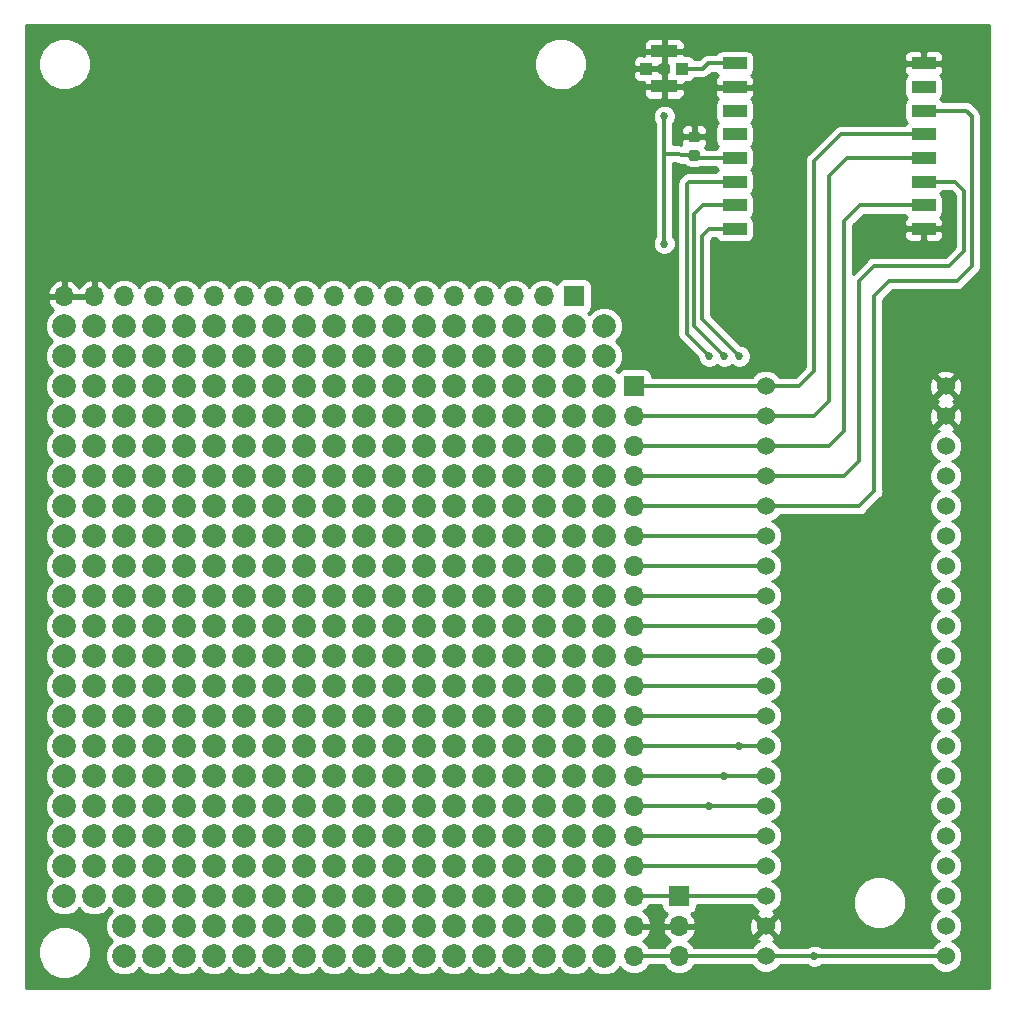
<source format=gtl>
G04 #@! TF.GenerationSoftware,KiCad,Pcbnew,5.0.2-bee76a0~70~ubuntu16.04.1*
G04 #@! TF.CreationDate,2018-12-09T14:19:21+01:00*
G04 #@! TF.ProjectId,STM32Node,53544d33-324e-46f6-9465-2e6b69636164,rev?*
G04 #@! TF.SameCoordinates,Original*
G04 #@! TF.FileFunction,Copper,L1,Top*
G04 #@! TF.FilePolarity,Positive*
%FSLAX46Y46*%
G04 Gerber Fmt 4.6, Leading zero omitted, Abs format (unit mm)*
G04 Created by KiCad (PCBNEW 5.0.2-bee76a0~70~ubuntu16.04.1) date So 09 Dez 2018 14:19:21 CET*
%MOMM*%
%LPD*%
G01*
G04 APERTURE LIST*
G04 #@! TA.AperFunction,SMDPad,CuDef*
%ADD10R,2.000000X1.000000*%
G04 #@! TD*
G04 #@! TA.AperFunction,ComponentPad*
%ADD11C,1.524000*%
G04 #@! TD*
G04 #@! TA.AperFunction,Conductor*
%ADD12C,0.100000*%
G04 #@! TD*
G04 #@! TA.AperFunction,SMDPad,CuDef*
%ADD13C,0.875000*%
G04 #@! TD*
G04 #@! TA.AperFunction,ComponentPad*
%ADD14R,1.700000X1.700000*%
G04 #@! TD*
G04 #@! TA.AperFunction,ComponentPad*
%ADD15O,1.700000X1.700000*%
G04 #@! TD*
G04 #@! TA.AperFunction,SMDPad,CuDef*
%ADD16R,2.200000X1.050000*%
G04 #@! TD*
G04 #@! TA.AperFunction,SMDPad,CuDef*
%ADD17R,1.000000X1.000000*%
G04 #@! TD*
G04 #@! TA.AperFunction,ComponentPad*
%ADD18C,2.000000*%
G04 #@! TD*
G04 #@! TA.AperFunction,ViaPad*
%ADD19C,0.685800*%
G04 #@! TD*
G04 #@! TA.AperFunction,Conductor*
%ADD20C,0.305000*%
G04 #@! TD*
G04 #@! TA.AperFunction,Conductor*
%ADD21C,0.254000*%
G04 #@! TD*
G04 APERTURE END LIST*
D10*
G04 #@! TO.P,U2,1*
G04 #@! TO.N,GND*
X246760000Y-67960000D03*
G04 #@! TO.P,U2,2*
G04 #@! TO.N,/B14*
X246760000Y-65960000D03*
G04 #@! TO.P,U2,3*
G04 #@! TO.N,/B15*
X246760000Y-63960000D03*
G04 #@! TO.P,U2,4*
G04 #@! TO.N,/B13*
X246760000Y-61960000D03*
G04 #@! TO.P,U2,5*
G04 #@! TO.N,/B12*
X246760000Y-59960000D03*
G04 #@! TO.P,U2,6*
G04 #@! TO.N,/A8*
X246760000Y-57960000D03*
G04 #@! TO.P,U2,7*
G04 #@! TO.N,Net-(U2-Pad7)*
X246760000Y-55960000D03*
G04 #@! TO.P,U2,8*
G04 #@! TO.N,GND*
X246760000Y-53960000D03*
G04 #@! TO.P,U2,9*
G04 #@! TO.N,Net-(J3-Pad1)*
X230760000Y-53960000D03*
G04 #@! TO.P,U2,10*
G04 #@! TO.N,GND*
X230760000Y-55960000D03*
G04 #@! TO.P,U2,11*
G04 #@! TO.N,Net-(U2-Pad11)*
X230760000Y-57960000D03*
G04 #@! TO.P,U2,12*
G04 #@! TO.N,Net-(U2-Pad12)*
X230760000Y-59960000D03*
G04 #@! TO.P,U2,13*
G04 #@! TO.N,+3V3*
X230760000Y-61960000D03*
G04 #@! TO.P,U2,14*
G04 #@! TO.N,/B7*
X230760000Y-63960000D03*
G04 #@! TO.P,U2,15*
G04 #@! TO.N,/B6*
X230760000Y-65960000D03*
G04 #@! TO.P,U2,16*
G04 #@! TO.N,/B5*
X230760000Y-67960000D03*
G04 #@! TD*
D11*
G04 #@! TO.P,U1,1*
G04 #@! TO.N,/B12*
X233380000Y-81280000D03*
G04 #@! TO.P,U1,2*
G04 #@! TO.N,/B13*
X233380000Y-83820000D03*
G04 #@! TO.P,U1,3*
G04 #@! TO.N,/B14*
X233380000Y-86360000D03*
G04 #@! TO.P,U1,4*
G04 #@! TO.N,/B15*
X233380000Y-88900000D03*
G04 #@! TO.P,U1,5*
G04 #@! TO.N,/A8*
X233380000Y-91440000D03*
G04 #@! TO.P,U1,6*
G04 #@! TO.N,/A9*
X233380000Y-93980000D03*
G04 #@! TO.P,U1,7*
G04 #@! TO.N,/A10*
X233380000Y-96520000D03*
G04 #@! TO.P,U1,8*
G04 #@! TO.N,/A11*
X233380000Y-99060000D03*
G04 #@! TO.P,U1,9*
G04 #@! TO.N,/A12*
X233380000Y-101600000D03*
G04 #@! TO.P,U1,10*
G04 #@! TO.N,/A15*
X233380000Y-104140000D03*
G04 #@! TO.P,U1,11*
G04 #@! TO.N,/B3*
X233380000Y-106680000D03*
G04 #@! TO.P,U1,12*
G04 #@! TO.N,/B4*
X233380000Y-109220000D03*
G04 #@! TO.P,U1,13*
G04 #@! TO.N,/B5*
X233380000Y-111760000D03*
G04 #@! TO.P,U1,14*
G04 #@! TO.N,/B6*
X233380000Y-114300000D03*
G04 #@! TO.P,U1,15*
G04 #@! TO.N,/B7*
X233380000Y-116840000D03*
G04 #@! TO.P,U1,16*
G04 #@! TO.N,/B8*
X233380000Y-119380000D03*
G04 #@! TO.P,U1,17*
G04 #@! TO.N,/B9*
X233380000Y-121920000D03*
G04 #@! TO.P,U1,18*
G04 #@! TO.N,+5V*
X233380000Y-124460000D03*
G04 #@! TO.P,U1,19*
G04 #@! TO.N,GND*
X233380000Y-127000000D03*
G04 #@! TO.P,U1,20*
G04 #@! TO.N,+3V3*
X233380000Y-129540000D03*
G04 #@! TO.P,U1,21*
X248620000Y-129540000D03*
G04 #@! TO.P,U1,22*
G04 #@! TO.N,/C13*
X248620000Y-127000000D03*
G04 #@! TO.P,U1,23*
G04 #@! TO.N,Net-(U1-Pad23)*
X248620000Y-124460000D03*
G04 #@! TO.P,U1,24*
G04 #@! TO.N,Net-(U1-Pad24)*
X248620000Y-121920000D03*
G04 #@! TO.P,U1,25*
G04 #@! TO.N,/A0*
X248620000Y-119380000D03*
G04 #@! TO.P,U1,26*
G04 #@! TO.N,/A1*
X248620000Y-116840000D03*
G04 #@! TO.P,U1,27*
G04 #@! TO.N,/A2*
X248620000Y-114300000D03*
G04 #@! TO.P,U1,28*
G04 #@! TO.N,/A3*
X248620000Y-111760000D03*
G04 #@! TO.P,U1,29*
G04 #@! TO.N,/A4*
X248620000Y-109220000D03*
G04 #@! TO.P,U1,30*
G04 #@! TO.N,/A5*
X248620000Y-106680000D03*
G04 #@! TO.P,U1,31*
G04 #@! TO.N,/A6*
X248620000Y-104140000D03*
G04 #@! TO.P,U1,32*
G04 #@! TO.N,/A7*
X248620000Y-101600000D03*
G04 #@! TO.P,U1,33*
G04 #@! TO.N,/B0*
X248620000Y-99060000D03*
G04 #@! TO.P,U1,34*
G04 #@! TO.N,/B1*
X248620000Y-96520000D03*
G04 #@! TO.P,U1,35*
G04 #@! TO.N,/B10*
X248620000Y-93980000D03*
G04 #@! TO.P,U1,36*
G04 #@! TO.N,/B11*
X248620000Y-91440000D03*
G04 #@! TO.P,U1,37*
G04 #@! TO.N,/RESET*
X248620000Y-88900000D03*
G04 #@! TO.P,U1,38*
G04 #@! TO.N,+3V3*
X248620000Y-86360000D03*
G04 #@! TO.P,U1,39*
G04 #@! TO.N,GND*
X248620000Y-83820000D03*
G04 #@! TO.P,U1,40*
X248620000Y-81280000D03*
G04 #@! TD*
D12*
G04 #@! TO.N,+3V3*
G04 #@! TO.C,C1*
G36*
X227607691Y-61311053D02*
X227628926Y-61314203D01*
X227649750Y-61319419D01*
X227669962Y-61326651D01*
X227689368Y-61335830D01*
X227707781Y-61346866D01*
X227725024Y-61359654D01*
X227740930Y-61374070D01*
X227755346Y-61389976D01*
X227768134Y-61407219D01*
X227779170Y-61425632D01*
X227788349Y-61445038D01*
X227795581Y-61465250D01*
X227800797Y-61486074D01*
X227803947Y-61507309D01*
X227805000Y-61528750D01*
X227805000Y-61966250D01*
X227803947Y-61987691D01*
X227800797Y-62008926D01*
X227795581Y-62029750D01*
X227788349Y-62049962D01*
X227779170Y-62069368D01*
X227768134Y-62087781D01*
X227755346Y-62105024D01*
X227740930Y-62120930D01*
X227725024Y-62135346D01*
X227707781Y-62148134D01*
X227689368Y-62159170D01*
X227669962Y-62168349D01*
X227649750Y-62175581D01*
X227628926Y-62180797D01*
X227607691Y-62183947D01*
X227586250Y-62185000D01*
X227073750Y-62185000D01*
X227052309Y-62183947D01*
X227031074Y-62180797D01*
X227010250Y-62175581D01*
X226990038Y-62168349D01*
X226970632Y-62159170D01*
X226952219Y-62148134D01*
X226934976Y-62135346D01*
X226919070Y-62120930D01*
X226904654Y-62105024D01*
X226891866Y-62087781D01*
X226880830Y-62069368D01*
X226871651Y-62049962D01*
X226864419Y-62029750D01*
X226859203Y-62008926D01*
X226856053Y-61987691D01*
X226855000Y-61966250D01*
X226855000Y-61528750D01*
X226856053Y-61507309D01*
X226859203Y-61486074D01*
X226864419Y-61465250D01*
X226871651Y-61445038D01*
X226880830Y-61425632D01*
X226891866Y-61407219D01*
X226904654Y-61389976D01*
X226919070Y-61374070D01*
X226934976Y-61359654D01*
X226952219Y-61346866D01*
X226970632Y-61335830D01*
X226990038Y-61326651D01*
X227010250Y-61319419D01*
X227031074Y-61314203D01*
X227052309Y-61311053D01*
X227073750Y-61310000D01*
X227586250Y-61310000D01*
X227607691Y-61311053D01*
X227607691Y-61311053D01*
G37*
D13*
G04 #@! TD*
G04 #@! TO.P,C1,1*
G04 #@! TO.N,+3V3*
X227330000Y-61747500D03*
D12*
G04 #@! TO.N,GND*
G04 #@! TO.C,C1*
G36*
X227607691Y-59736053D02*
X227628926Y-59739203D01*
X227649750Y-59744419D01*
X227669962Y-59751651D01*
X227689368Y-59760830D01*
X227707781Y-59771866D01*
X227725024Y-59784654D01*
X227740930Y-59799070D01*
X227755346Y-59814976D01*
X227768134Y-59832219D01*
X227779170Y-59850632D01*
X227788349Y-59870038D01*
X227795581Y-59890250D01*
X227800797Y-59911074D01*
X227803947Y-59932309D01*
X227805000Y-59953750D01*
X227805000Y-60391250D01*
X227803947Y-60412691D01*
X227800797Y-60433926D01*
X227795581Y-60454750D01*
X227788349Y-60474962D01*
X227779170Y-60494368D01*
X227768134Y-60512781D01*
X227755346Y-60530024D01*
X227740930Y-60545930D01*
X227725024Y-60560346D01*
X227707781Y-60573134D01*
X227689368Y-60584170D01*
X227669962Y-60593349D01*
X227649750Y-60600581D01*
X227628926Y-60605797D01*
X227607691Y-60608947D01*
X227586250Y-60610000D01*
X227073750Y-60610000D01*
X227052309Y-60608947D01*
X227031074Y-60605797D01*
X227010250Y-60600581D01*
X226990038Y-60593349D01*
X226970632Y-60584170D01*
X226952219Y-60573134D01*
X226934976Y-60560346D01*
X226919070Y-60545930D01*
X226904654Y-60530024D01*
X226891866Y-60512781D01*
X226880830Y-60494368D01*
X226871651Y-60474962D01*
X226864419Y-60454750D01*
X226859203Y-60433926D01*
X226856053Y-60412691D01*
X226855000Y-60391250D01*
X226855000Y-59953750D01*
X226856053Y-59932309D01*
X226859203Y-59911074D01*
X226864419Y-59890250D01*
X226871651Y-59870038D01*
X226880830Y-59850632D01*
X226891866Y-59832219D01*
X226904654Y-59814976D01*
X226919070Y-59799070D01*
X226934976Y-59784654D01*
X226952219Y-59771866D01*
X226970632Y-59760830D01*
X226990038Y-59751651D01*
X227010250Y-59744419D01*
X227031074Y-59739203D01*
X227052309Y-59736053D01*
X227073750Y-59735000D01*
X227586250Y-59735000D01*
X227607691Y-59736053D01*
X227607691Y-59736053D01*
G37*
D13*
G04 #@! TD*
G04 #@! TO.P,C1,2*
G04 #@! TO.N,GND*
X227330000Y-60172500D03*
D14*
G04 #@! TO.P,J1,1*
G04 #@! TO.N,/B12*
X222250000Y-81280000D03*
D15*
G04 #@! TO.P,J1,2*
G04 #@! TO.N,/B13*
X222250000Y-83820000D03*
G04 #@! TO.P,J1,3*
G04 #@! TO.N,/B14*
X222250000Y-86360000D03*
G04 #@! TO.P,J1,4*
G04 #@! TO.N,/B15*
X222250000Y-88900000D03*
G04 #@! TO.P,J1,5*
G04 #@! TO.N,/A8*
X222250000Y-91440000D03*
G04 #@! TO.P,J1,6*
G04 #@! TO.N,/A9*
X222250000Y-93980000D03*
G04 #@! TO.P,J1,7*
G04 #@! TO.N,/A10*
X222250000Y-96520000D03*
G04 #@! TO.P,J1,8*
G04 #@! TO.N,/A11*
X222250000Y-99060000D03*
G04 #@! TO.P,J1,9*
G04 #@! TO.N,/A12*
X222250000Y-101600000D03*
G04 #@! TO.P,J1,10*
G04 #@! TO.N,/A15*
X222250000Y-104140000D03*
G04 #@! TO.P,J1,11*
G04 #@! TO.N,/B3*
X222250000Y-106680000D03*
G04 #@! TO.P,J1,12*
G04 #@! TO.N,/B4*
X222250000Y-109220000D03*
G04 #@! TO.P,J1,13*
G04 #@! TO.N,/B5*
X222250000Y-111760000D03*
G04 #@! TO.P,J1,14*
G04 #@! TO.N,/B6*
X222250000Y-114300000D03*
G04 #@! TO.P,J1,15*
G04 #@! TO.N,/B7*
X222250000Y-116840000D03*
G04 #@! TO.P,J1,16*
G04 #@! TO.N,/B8*
X222250000Y-119380000D03*
G04 #@! TO.P,J1,17*
G04 #@! TO.N,/B9*
X222250000Y-121920000D03*
G04 #@! TO.P,J1,18*
G04 #@! TO.N,+5V*
X222250000Y-124460000D03*
G04 #@! TO.P,J1,19*
G04 #@! TO.N,GND*
X222250000Y-127000000D03*
G04 #@! TO.P,J1,20*
G04 #@! TO.N,+3V3*
X222250000Y-129540000D03*
G04 #@! TD*
D14*
G04 #@! TO.P,J2,1*
G04 #@! TO.N,+3V3*
X217170000Y-73660000D03*
D15*
G04 #@! TO.P,J2,2*
G04 #@! TO.N,/C13*
X214630000Y-73660000D03*
G04 #@! TO.P,J2,3*
G04 #@! TO.N,/A0*
X212090000Y-73660000D03*
G04 #@! TO.P,J2,4*
G04 #@! TO.N,/A1*
X209550000Y-73660000D03*
G04 #@! TO.P,J2,5*
G04 #@! TO.N,/A2*
X207010000Y-73660000D03*
G04 #@! TO.P,J2,6*
G04 #@! TO.N,/A3*
X204470000Y-73660000D03*
G04 #@! TO.P,J2,7*
G04 #@! TO.N,/A4*
X201930000Y-73660000D03*
G04 #@! TO.P,J2,8*
G04 #@! TO.N,/A5*
X199390000Y-73660000D03*
G04 #@! TO.P,J2,9*
G04 #@! TO.N,/A6*
X196850000Y-73660000D03*
G04 #@! TO.P,J2,10*
G04 #@! TO.N,/A7*
X194310000Y-73660000D03*
G04 #@! TO.P,J2,11*
G04 #@! TO.N,/B0*
X191770000Y-73660000D03*
G04 #@! TO.P,J2,12*
G04 #@! TO.N,/B1*
X189230000Y-73660000D03*
G04 #@! TO.P,J2,13*
G04 #@! TO.N,/B10*
X186690000Y-73660000D03*
G04 #@! TO.P,J2,14*
G04 #@! TO.N,/B11*
X184150000Y-73660000D03*
G04 #@! TO.P,J2,15*
G04 #@! TO.N,/RESET*
X181610000Y-73660000D03*
G04 #@! TO.P,J2,16*
G04 #@! TO.N,+3V3*
X179070000Y-73660000D03*
G04 #@! TO.P,J2,17*
G04 #@! TO.N,GND*
X176530000Y-73660000D03*
G04 #@! TO.P,J2,18*
X173990000Y-73660000D03*
G04 #@! TD*
D16*
G04 #@! TO.P,J3,2*
G04 #@! TO.N,GND*
X224790000Y-55880000D03*
X224790000Y-52930000D03*
D17*
X223290000Y-54405000D03*
G04 #@! TO.P,J3,1*
G04 #@! TO.N,Net-(J3-Pad1)*
X226290000Y-54405000D03*
G04 #@! TD*
D14*
G04 #@! TO.P,J4,1*
G04 #@! TO.N,+5V*
X226060000Y-124460000D03*
D15*
G04 #@! TO.P,J4,2*
G04 #@! TO.N,GND*
X226060000Y-127000000D03*
G04 #@! TO.P,J4,3*
G04 #@! TO.N,+3V3*
X226060000Y-129540000D03*
G04 #@! TD*
D18*
G04 #@! TO.P,REF\002A\002A,*
G04 #@! TO.N,*
X179070000Y-129540000D03*
X179070000Y-127000000D03*
X179070000Y-124460000D03*
X176530000Y-124460000D03*
X173990000Y-124460000D03*
X217170000Y-124460000D03*
X191770000Y-116840000D03*
X212090000Y-119380000D03*
X199390000Y-127000000D03*
X217170000Y-119380000D03*
X186690000Y-124460000D03*
X217170000Y-121920000D03*
X196850000Y-116840000D03*
X212090000Y-116840000D03*
X173990000Y-119380000D03*
X191770000Y-124460000D03*
X184150000Y-124460000D03*
X191770000Y-121920000D03*
X207010000Y-129540000D03*
X181610000Y-124460000D03*
X212090000Y-127000000D03*
X209550000Y-129540000D03*
X184150000Y-119380000D03*
X207010000Y-119380000D03*
X204470000Y-121920000D03*
X219710000Y-121920000D03*
X184150000Y-121920000D03*
X186690000Y-121920000D03*
X189230000Y-127000000D03*
X201930000Y-129540000D03*
X194310000Y-116840000D03*
X219710000Y-124460000D03*
X212090000Y-121920000D03*
X219710000Y-129540000D03*
X194310000Y-129540000D03*
X181610000Y-121920000D03*
X191770000Y-119380000D03*
X189230000Y-119380000D03*
X204470000Y-124460000D03*
X214630000Y-124460000D03*
X199390000Y-121920000D03*
X184150000Y-129540000D03*
X201930000Y-121920000D03*
X219710000Y-127000000D03*
X207010000Y-124460000D03*
X196850000Y-127000000D03*
X207010000Y-121920000D03*
X212090000Y-129540000D03*
X181610000Y-127000000D03*
X189230000Y-116840000D03*
X196850000Y-121920000D03*
X189230000Y-121920000D03*
X201930000Y-119380000D03*
X186690000Y-129540000D03*
X214630000Y-127000000D03*
X196850000Y-129540000D03*
X184150000Y-127000000D03*
X209550000Y-119380000D03*
X181610000Y-129540000D03*
X209550000Y-121920000D03*
X207010000Y-116840000D03*
X201930000Y-124460000D03*
X214630000Y-129540000D03*
X194310000Y-127000000D03*
X194310000Y-124460000D03*
X196850000Y-119380000D03*
X173990000Y-116840000D03*
X186690000Y-127000000D03*
X212090000Y-124460000D03*
X196850000Y-124460000D03*
X204470000Y-127000000D03*
X214630000Y-119380000D03*
X179070000Y-119380000D03*
X204470000Y-116840000D03*
X199390000Y-124460000D03*
X199390000Y-119380000D03*
X176530000Y-116840000D03*
X186690000Y-119380000D03*
X204470000Y-119380000D03*
X219710000Y-119380000D03*
X189230000Y-129540000D03*
X219710000Y-116840000D03*
X207010000Y-127000000D03*
X214630000Y-121920000D03*
X199390000Y-116840000D03*
X217170000Y-127000000D03*
X204470000Y-129540000D03*
X201930000Y-127000000D03*
X176530000Y-121920000D03*
X181610000Y-119380000D03*
X179070000Y-121920000D03*
X191770000Y-127000000D03*
X186690000Y-116840000D03*
X214630000Y-116840000D03*
X209550000Y-124460000D03*
X176530000Y-119380000D03*
X217170000Y-129540000D03*
X194310000Y-119380000D03*
X184150000Y-116840000D03*
X194310000Y-121920000D03*
X201930000Y-116840000D03*
X173990000Y-121920000D03*
X181610000Y-116840000D03*
X199390000Y-129540000D03*
X191770000Y-129540000D03*
X209550000Y-127000000D03*
X189230000Y-124460000D03*
X209550000Y-116840000D03*
X179070000Y-116840000D03*
X217170000Y-116840000D03*
X186690000Y-111760000D03*
X204470000Y-109220000D03*
X214630000Y-109220000D03*
X209550000Y-111760000D03*
X189230000Y-109220000D03*
X173990000Y-96520000D03*
X209550000Y-109220000D03*
X207010000Y-111760000D03*
X214630000Y-106680000D03*
X199390000Y-106680000D03*
X184150000Y-114300000D03*
X201930000Y-111760000D03*
X176530000Y-106680000D03*
X184150000Y-106680000D03*
X186690000Y-106680000D03*
X176530000Y-114300000D03*
X204470000Y-114300000D03*
X191770000Y-104140000D03*
X189230000Y-104140000D03*
X214630000Y-104140000D03*
X179070000Y-104140000D03*
X217170000Y-114300000D03*
X214630000Y-96520000D03*
X201930000Y-106680000D03*
X219710000Y-111760000D03*
X179070000Y-111760000D03*
X212090000Y-109220000D03*
X179070000Y-106680000D03*
X191770000Y-111760000D03*
X207010000Y-109220000D03*
X196850000Y-111760000D03*
X199390000Y-96520000D03*
X184150000Y-96520000D03*
X186690000Y-96520000D03*
X179070000Y-96520000D03*
X189230000Y-111760000D03*
X201930000Y-114300000D03*
X219710000Y-109220000D03*
X212090000Y-106680000D03*
X191770000Y-101600000D03*
X212090000Y-104140000D03*
X196850000Y-109220000D03*
X204470000Y-111760000D03*
X181610000Y-114300000D03*
X209550000Y-106680000D03*
X173990000Y-106680000D03*
X181610000Y-101600000D03*
X207010000Y-106680000D03*
X191770000Y-99060000D03*
X181610000Y-106680000D03*
X179070000Y-109220000D03*
X209550000Y-104140000D03*
X181610000Y-99060000D03*
X212090000Y-101600000D03*
X217170000Y-99060000D03*
X173990000Y-99060000D03*
X176530000Y-104140000D03*
X204470000Y-104140000D03*
X219710000Y-104140000D03*
X194310000Y-104140000D03*
X184150000Y-101600000D03*
X199390000Y-104140000D03*
X176530000Y-101600000D03*
X173990000Y-101600000D03*
X186690000Y-99060000D03*
X217170000Y-96520000D03*
X181610000Y-104140000D03*
X209550000Y-96520000D03*
X186690000Y-101600000D03*
X204470000Y-99060000D03*
X214630000Y-99060000D03*
X209550000Y-101600000D03*
X179070000Y-101600000D03*
X212090000Y-99060000D03*
X196850000Y-99060000D03*
X204470000Y-101600000D03*
X199390000Y-109220000D03*
X199390000Y-111760000D03*
X201930000Y-96520000D03*
X173990000Y-114300000D03*
X191770000Y-114300000D03*
X189230000Y-114300000D03*
X219710000Y-101600000D03*
X186690000Y-109220000D03*
X217170000Y-106680000D03*
X194310000Y-111760000D03*
X194310000Y-109220000D03*
X173990000Y-104140000D03*
X191770000Y-109220000D03*
X209550000Y-114300000D03*
X184150000Y-104140000D03*
X201930000Y-101600000D03*
X191770000Y-96520000D03*
X204470000Y-96520000D03*
X176530000Y-111760000D03*
X173990000Y-111760000D03*
X184150000Y-111760000D03*
X199390000Y-114300000D03*
X207010000Y-99060000D03*
X196850000Y-101600000D03*
X199390000Y-99060000D03*
X199390000Y-101600000D03*
X217170000Y-111760000D03*
X196850000Y-114300000D03*
X194310000Y-96520000D03*
X176530000Y-99060000D03*
X201930000Y-99060000D03*
X217170000Y-109220000D03*
X173990000Y-109220000D03*
X184150000Y-99060000D03*
X186690000Y-104140000D03*
X214630000Y-101600000D03*
X181610000Y-96520000D03*
X179070000Y-99060000D03*
X217170000Y-101600000D03*
X219710000Y-114300000D03*
X194310000Y-114300000D03*
X196850000Y-104140000D03*
X219710000Y-96520000D03*
X207010000Y-104140000D03*
X209550000Y-99060000D03*
X207010000Y-101600000D03*
X201930000Y-109220000D03*
X184150000Y-109220000D03*
X191770000Y-106680000D03*
X204470000Y-106680000D03*
X219710000Y-106680000D03*
X207010000Y-114300000D03*
X181610000Y-109220000D03*
X212090000Y-111760000D03*
X194310000Y-106680000D03*
X176530000Y-109220000D03*
X196850000Y-106680000D03*
X189230000Y-106680000D03*
X196850000Y-96520000D03*
X189230000Y-96520000D03*
X214630000Y-114300000D03*
X179070000Y-114300000D03*
X176530000Y-96520000D03*
X194310000Y-101600000D03*
X194310000Y-99060000D03*
X219710000Y-99060000D03*
X212090000Y-96520000D03*
X212090000Y-114300000D03*
X181610000Y-111760000D03*
X189230000Y-101600000D03*
X201930000Y-104140000D03*
X186690000Y-114300000D03*
X214630000Y-111760000D03*
X217170000Y-104140000D03*
X189230000Y-99060000D03*
X207010000Y-96520000D03*
X173990000Y-86360000D03*
X191770000Y-93980000D03*
X189230000Y-93980000D03*
X214630000Y-93980000D03*
X179070000Y-93980000D03*
X214630000Y-86360000D03*
X199390000Y-86360000D03*
X184150000Y-86360000D03*
X186690000Y-86360000D03*
X179070000Y-86360000D03*
X191770000Y-91440000D03*
X212090000Y-93980000D03*
X181610000Y-91440000D03*
X191770000Y-88900000D03*
X209550000Y-93980000D03*
X181610000Y-88900000D03*
X212090000Y-91440000D03*
X217170000Y-88900000D03*
X173990000Y-88900000D03*
X176530000Y-93980000D03*
X204470000Y-93980000D03*
X219710000Y-93980000D03*
X194310000Y-93980000D03*
X184150000Y-91440000D03*
X199390000Y-93980000D03*
X176530000Y-91440000D03*
X173990000Y-91440000D03*
X186690000Y-88900000D03*
X217170000Y-86360000D03*
X181610000Y-93980000D03*
X209550000Y-86360000D03*
X186690000Y-91440000D03*
X204470000Y-88900000D03*
X214630000Y-88900000D03*
X209550000Y-91440000D03*
X179070000Y-91440000D03*
X212090000Y-88900000D03*
X196850000Y-88900000D03*
X204470000Y-91440000D03*
X201930000Y-86360000D03*
X219710000Y-91440000D03*
X173990000Y-93980000D03*
X184150000Y-93980000D03*
X201930000Y-91440000D03*
X191770000Y-86360000D03*
X204470000Y-86360000D03*
X207010000Y-88900000D03*
X196850000Y-91440000D03*
X199390000Y-88900000D03*
X199390000Y-91440000D03*
X194310000Y-86360000D03*
X176530000Y-88900000D03*
X201930000Y-88900000D03*
X184150000Y-88900000D03*
X186690000Y-93980000D03*
X214630000Y-91440000D03*
X181610000Y-86360000D03*
X179070000Y-88900000D03*
X217170000Y-91440000D03*
X196850000Y-93980000D03*
X219710000Y-86360000D03*
X207010000Y-93980000D03*
X209550000Y-88900000D03*
X207010000Y-91440000D03*
X196850000Y-86360000D03*
X189230000Y-86360000D03*
X176530000Y-86360000D03*
X194310000Y-91440000D03*
X194310000Y-88900000D03*
X219710000Y-88900000D03*
X212090000Y-86360000D03*
X189230000Y-91440000D03*
X201930000Y-93980000D03*
X217170000Y-93980000D03*
X189230000Y-88900000D03*
X207010000Y-86360000D03*
X191770000Y-83820000D03*
X181610000Y-83820000D03*
X212090000Y-83820000D03*
X184150000Y-83820000D03*
X176530000Y-83820000D03*
X173990000Y-83820000D03*
X186690000Y-83820000D03*
X209550000Y-83820000D03*
X179070000Y-83820000D03*
X204470000Y-83820000D03*
X219710000Y-83820000D03*
X201930000Y-83820000D03*
X196850000Y-83820000D03*
X199390000Y-83820000D03*
X214630000Y-83820000D03*
X217170000Y-83820000D03*
X207010000Y-83820000D03*
X194310000Y-83820000D03*
X189230000Y-83820000D03*
X191770000Y-81280000D03*
X181610000Y-81280000D03*
X217170000Y-81280000D03*
X173990000Y-81280000D03*
X186690000Y-81280000D03*
X204470000Y-81280000D03*
X214630000Y-81280000D03*
X212090000Y-81280000D03*
X196850000Y-81280000D03*
X207010000Y-81280000D03*
X199390000Y-81280000D03*
X176530000Y-81280000D03*
X201930000Y-81280000D03*
X184150000Y-81280000D03*
X179070000Y-81280000D03*
X209550000Y-81280000D03*
X194310000Y-81280000D03*
X219710000Y-81280000D03*
X189230000Y-81280000D03*
X173990000Y-78740000D03*
X214630000Y-78740000D03*
X199390000Y-78740000D03*
X184150000Y-78740000D03*
X186690000Y-78740000D03*
X179070000Y-78740000D03*
X217170000Y-78740000D03*
X209550000Y-78740000D03*
X201930000Y-78740000D03*
X191770000Y-78740000D03*
X204470000Y-78740000D03*
X194310000Y-78740000D03*
X181610000Y-78740000D03*
X219710000Y-78740000D03*
X196850000Y-78740000D03*
X189230000Y-78740000D03*
X176530000Y-78740000D03*
X212090000Y-78740000D03*
X207010000Y-78740000D03*
X212090000Y-76200000D03*
X217170000Y-76200000D03*
X214630000Y-76200000D03*
X219710000Y-76200000D03*
X204470000Y-76200000D03*
X209550000Y-76200000D03*
X207010000Y-76200000D03*
X196850000Y-76200000D03*
X201930000Y-76200000D03*
X199390000Y-76200000D03*
X189230000Y-76200000D03*
X194310000Y-76200000D03*
X191770000Y-76200000D03*
X186690000Y-76200000D03*
X184150000Y-76200000D03*
X179070000Y-76200000D03*
X181610000Y-76200000D03*
X176530000Y-76200000D03*
X173990000Y-76200000D03*
G04 #@! TD*
D19*
G04 #@! TO.N,+3V3*
X237490000Y-129540000D03*
X224790000Y-58420000D03*
X224790000Y-69215000D03*
G04 #@! TO.N,GND*
X248920000Y-65405000D03*
X248920000Y-66675000D03*
X248920000Y-67945000D03*
X248920000Y-69215000D03*
X227330000Y-56515000D03*
X228600000Y-56515000D03*
G04 #@! TO.N,/B5*
X231140000Y-111760000D03*
X231140000Y-111760000D03*
X231140000Y-78740000D03*
G04 #@! TO.N,/B6*
X229870000Y-78740000D03*
X229870000Y-114300000D03*
G04 #@! TO.N,/B7*
X228600000Y-78740000D03*
X228600000Y-116840000D03*
G04 #@! TD*
D20*
G04 #@! TO.N,+3V3*
X222250000Y-129540000D02*
X226060000Y-129540000D01*
X226060000Y-129540000D02*
X233380000Y-129540000D01*
X233380000Y-129540000D02*
X248620000Y-129540000D01*
X227542500Y-61960000D02*
X227330000Y-61747500D01*
X230760000Y-61960000D02*
X227542500Y-61960000D01*
X224790000Y-61595000D02*
X226060000Y-61595000D01*
X224790000Y-58420000D02*
X224790000Y-61595000D01*
X224790000Y-61595000D02*
X224790000Y-69215000D01*
X226060000Y-61595000D02*
X226212500Y-61747500D01*
X226212500Y-61747500D02*
X227330000Y-61747500D01*
G04 #@! TO.N,/B12*
X222250000Y-81280000D02*
X233380000Y-81280000D01*
X236220000Y-81280000D02*
X233380000Y-81280000D01*
X246760000Y-59960000D02*
X239760000Y-59960000D01*
X239760000Y-59960000D02*
X237490000Y-62230000D01*
X237490000Y-62230000D02*
X237490000Y-80010000D01*
X237490000Y-80010000D02*
X236220000Y-81280000D01*
G04 #@! TO.N,/B13*
X222250000Y-83820000D02*
X233380000Y-83820000D01*
X237490000Y-83820000D02*
X233380000Y-83820000D01*
X246760000Y-61960000D02*
X240300000Y-61960000D01*
X240300000Y-61960000D02*
X238760000Y-63500000D01*
X238760000Y-63500000D02*
X238760000Y-82550000D01*
X238760000Y-82550000D02*
X237490000Y-83820000D01*
G04 #@! TO.N,/B14*
X233380000Y-86360000D02*
X222250000Y-86360000D01*
X235596875Y-86360000D02*
X233380000Y-86360000D01*
X238760000Y-86360000D02*
X235596875Y-86360000D01*
X241380000Y-65960000D02*
X240030000Y-67310000D01*
X240030000Y-67310000D02*
X240030000Y-85090000D01*
X246760000Y-65960000D02*
X241380000Y-65960000D01*
X240030000Y-85090000D02*
X238760000Y-86360000D01*
G04 #@! TO.N,/B15*
X222250000Y-88900000D02*
X233380000Y-88900000D01*
X250190000Y-69850000D02*
X250190000Y-64770000D01*
X248920000Y-71120000D02*
X250190000Y-69850000D01*
X242570000Y-71120000D02*
X248920000Y-71120000D01*
X233380000Y-88900000D02*
X240030000Y-88900000D01*
X240030000Y-88900000D02*
X241300000Y-87630000D01*
X241300000Y-87630000D02*
X241300000Y-72390000D01*
X241300000Y-72390000D02*
X242570000Y-71120000D01*
X249380000Y-63960000D02*
X246760000Y-63960000D01*
X250190000Y-64770000D02*
X249380000Y-63960000D01*
G04 #@! TO.N,/A8*
X222250000Y-91440000D02*
X233380000Y-91440000D01*
X250365000Y-57960000D02*
X246760000Y-57960000D01*
X250825000Y-58420000D02*
X250365000Y-57960000D01*
X250825000Y-71120000D02*
X250825000Y-58420000D01*
X249555000Y-72390000D02*
X250825000Y-71120000D01*
X243840000Y-72390000D02*
X249555000Y-72390000D01*
X233380000Y-91440000D02*
X241300000Y-91440000D01*
X242570000Y-73660000D02*
X243840000Y-72390000D01*
X241300000Y-91440000D02*
X242570000Y-90170000D01*
X242570000Y-90170000D02*
X242570000Y-73660000D01*
G04 #@! TO.N,/A9*
X229870000Y-93980000D02*
X222250000Y-93980000D01*
X233380000Y-93980000D02*
X229870000Y-93980000D01*
G04 #@! TO.N,/A10*
X228600000Y-96520000D02*
X233380000Y-96520000D01*
X222250000Y-96520000D02*
X228600000Y-96520000D01*
G04 #@! TO.N,/A11*
X222250000Y-99060000D02*
X233380000Y-99060000D01*
G04 #@! TO.N,/A12*
X222250000Y-101600000D02*
X233380000Y-101600000D01*
G04 #@! TO.N,/A15*
X233380000Y-104140000D02*
X222250000Y-104140000D01*
G04 #@! TO.N,/B3*
X233380000Y-106680000D02*
X222250000Y-106680000D01*
G04 #@! TO.N,/B4*
X222250000Y-109220000D02*
X233380000Y-109220000D01*
G04 #@! TO.N,/B5*
X233380000Y-111760000D02*
X231140000Y-111760000D01*
X231140000Y-111760000D02*
X222250000Y-111760000D01*
X227965000Y-68580000D02*
X228585000Y-67960000D01*
X227965000Y-75565000D02*
X227965000Y-68580000D01*
X228585000Y-67960000D02*
X230760000Y-67960000D01*
X231140000Y-78740000D02*
X227965000Y-75565000D01*
G04 #@! TO.N,/B6*
X230260000Y-65960000D02*
X230760000Y-65960000D01*
X227330000Y-76200000D02*
X227330000Y-66675000D01*
X229870000Y-78740000D02*
X227330000Y-76200000D01*
X228045000Y-65960000D02*
X227330000Y-66675000D01*
X230760000Y-65960000D02*
X228045000Y-65960000D01*
X222250000Y-114300000D02*
X229870000Y-114300000D01*
X229870000Y-114300000D02*
X233380000Y-114300000D01*
G04 #@! TO.N,/B7*
X226870000Y-63960000D02*
X230760000Y-63960000D01*
X226695000Y-64135000D02*
X226870000Y-63960000D01*
X226695000Y-76835000D02*
X226695000Y-64135000D01*
X228600000Y-78740000D02*
X226695000Y-76835000D01*
X233380000Y-116840000D02*
X228600000Y-116840000D01*
X228600000Y-116840000D02*
X222250000Y-116840000D01*
G04 #@! TO.N,/B8*
X233380000Y-119380000D02*
X222250000Y-119380000D01*
G04 #@! TO.N,/B9*
X222250000Y-121920000D02*
X233380000Y-121920000D01*
G04 #@! TO.N,+5V*
X222250000Y-124460000D02*
X226060000Y-124460000D01*
X226060000Y-124460000D02*
X233380000Y-124460000D01*
G04 #@! TO.N,Net-(J3-Pad1)*
X228488000Y-53960000D02*
X228043000Y-54405000D01*
X228043000Y-54405000D02*
X226290000Y-54405000D01*
X230760000Y-53960000D02*
X228488000Y-53960000D01*
G04 #@! TD*
D21*
G04 #@! TO.N,GND*
G36*
X252265000Y-132265000D02*
X170735000Y-132265000D01*
X170735000Y-128755431D01*
X171765000Y-128755431D01*
X171765000Y-129644569D01*
X172105259Y-130466026D01*
X172733974Y-131094741D01*
X173555431Y-131435000D01*
X174444569Y-131435000D01*
X175266026Y-131094741D01*
X175894741Y-130466026D01*
X176235000Y-129644569D01*
X176235000Y-128755431D01*
X175894741Y-127933974D01*
X175266026Y-127305259D01*
X174444569Y-126965000D01*
X173555431Y-126965000D01*
X172733974Y-127305259D01*
X172105259Y-127933974D01*
X171765000Y-128755431D01*
X170735000Y-128755431D01*
X170735000Y-75874778D01*
X172355000Y-75874778D01*
X172355000Y-76525222D01*
X172603914Y-77126153D01*
X172947761Y-77470000D01*
X172603914Y-77813847D01*
X172355000Y-78414778D01*
X172355000Y-79065222D01*
X172603914Y-79666153D01*
X172947761Y-80010000D01*
X172603914Y-80353847D01*
X172355000Y-80954778D01*
X172355000Y-81605222D01*
X172603914Y-82206153D01*
X172947761Y-82550000D01*
X172603914Y-82893847D01*
X172355000Y-83494778D01*
X172355000Y-84145222D01*
X172603914Y-84746153D01*
X172947761Y-85090000D01*
X172603914Y-85433847D01*
X172355000Y-86034778D01*
X172355000Y-86685222D01*
X172603914Y-87286153D01*
X172947761Y-87630000D01*
X172603914Y-87973847D01*
X172355000Y-88574778D01*
X172355000Y-89225222D01*
X172603914Y-89826153D01*
X172947761Y-90170000D01*
X172603914Y-90513847D01*
X172355000Y-91114778D01*
X172355000Y-91765222D01*
X172603914Y-92366153D01*
X172947761Y-92710000D01*
X172603914Y-93053847D01*
X172355000Y-93654778D01*
X172355000Y-94305222D01*
X172603914Y-94906153D01*
X172947761Y-95250000D01*
X172603914Y-95593847D01*
X172355000Y-96194778D01*
X172355000Y-96845222D01*
X172603914Y-97446153D01*
X172947761Y-97790000D01*
X172603914Y-98133847D01*
X172355000Y-98734778D01*
X172355000Y-99385222D01*
X172603914Y-99986153D01*
X172947761Y-100330000D01*
X172603914Y-100673847D01*
X172355000Y-101274778D01*
X172355000Y-101925222D01*
X172603914Y-102526153D01*
X172947761Y-102870000D01*
X172603914Y-103213847D01*
X172355000Y-103814778D01*
X172355000Y-104465222D01*
X172603914Y-105066153D01*
X172947761Y-105410000D01*
X172603914Y-105753847D01*
X172355000Y-106354778D01*
X172355000Y-107005222D01*
X172603914Y-107606153D01*
X172947761Y-107950000D01*
X172603914Y-108293847D01*
X172355000Y-108894778D01*
X172355000Y-109545222D01*
X172603914Y-110146153D01*
X172947761Y-110490000D01*
X172603914Y-110833847D01*
X172355000Y-111434778D01*
X172355000Y-112085222D01*
X172603914Y-112686153D01*
X172947761Y-113030000D01*
X172603914Y-113373847D01*
X172355000Y-113974778D01*
X172355000Y-114625222D01*
X172603914Y-115226153D01*
X172947761Y-115570000D01*
X172603914Y-115913847D01*
X172355000Y-116514778D01*
X172355000Y-117165222D01*
X172603914Y-117766153D01*
X172947761Y-118110000D01*
X172603914Y-118453847D01*
X172355000Y-119054778D01*
X172355000Y-119705222D01*
X172603914Y-120306153D01*
X172947761Y-120650000D01*
X172603914Y-120993847D01*
X172355000Y-121594778D01*
X172355000Y-122245222D01*
X172603914Y-122846153D01*
X172947761Y-123190000D01*
X172603914Y-123533847D01*
X172355000Y-124134778D01*
X172355000Y-124785222D01*
X172603914Y-125386153D01*
X173063847Y-125846086D01*
X173664778Y-126095000D01*
X174315222Y-126095000D01*
X174916153Y-125846086D01*
X175260000Y-125502239D01*
X175603847Y-125846086D01*
X176204778Y-126095000D01*
X176855222Y-126095000D01*
X177456153Y-125846086D01*
X177800000Y-125502239D01*
X178027761Y-125730000D01*
X177683914Y-126073847D01*
X177435000Y-126674778D01*
X177435000Y-127325222D01*
X177683914Y-127926153D01*
X178027761Y-128270000D01*
X177683914Y-128613847D01*
X177435000Y-129214778D01*
X177435000Y-129865222D01*
X177683914Y-130466153D01*
X178143847Y-130926086D01*
X178744778Y-131175000D01*
X179395222Y-131175000D01*
X179996153Y-130926086D01*
X180340000Y-130582239D01*
X180683847Y-130926086D01*
X181284778Y-131175000D01*
X181935222Y-131175000D01*
X182536153Y-130926086D01*
X182880000Y-130582239D01*
X183223847Y-130926086D01*
X183824778Y-131175000D01*
X184475222Y-131175000D01*
X185076153Y-130926086D01*
X185420000Y-130582239D01*
X185763847Y-130926086D01*
X186364778Y-131175000D01*
X187015222Y-131175000D01*
X187616153Y-130926086D01*
X187960000Y-130582239D01*
X188303847Y-130926086D01*
X188904778Y-131175000D01*
X189555222Y-131175000D01*
X190156153Y-130926086D01*
X190500000Y-130582239D01*
X190843847Y-130926086D01*
X191444778Y-131175000D01*
X192095222Y-131175000D01*
X192696153Y-130926086D01*
X193040000Y-130582239D01*
X193383847Y-130926086D01*
X193984778Y-131175000D01*
X194635222Y-131175000D01*
X195236153Y-130926086D01*
X195580000Y-130582239D01*
X195923847Y-130926086D01*
X196524778Y-131175000D01*
X197175222Y-131175000D01*
X197776153Y-130926086D01*
X198120000Y-130582239D01*
X198463847Y-130926086D01*
X199064778Y-131175000D01*
X199715222Y-131175000D01*
X200316153Y-130926086D01*
X200660000Y-130582239D01*
X201003847Y-130926086D01*
X201604778Y-131175000D01*
X202255222Y-131175000D01*
X202856153Y-130926086D01*
X203200000Y-130582239D01*
X203543847Y-130926086D01*
X204144778Y-131175000D01*
X204795222Y-131175000D01*
X205396153Y-130926086D01*
X205740000Y-130582239D01*
X206083847Y-130926086D01*
X206684778Y-131175000D01*
X207335222Y-131175000D01*
X207936153Y-130926086D01*
X208280000Y-130582239D01*
X208623847Y-130926086D01*
X209224778Y-131175000D01*
X209875222Y-131175000D01*
X210476153Y-130926086D01*
X210820000Y-130582239D01*
X211163847Y-130926086D01*
X211764778Y-131175000D01*
X212415222Y-131175000D01*
X213016153Y-130926086D01*
X213360000Y-130582239D01*
X213703847Y-130926086D01*
X214304778Y-131175000D01*
X214955222Y-131175000D01*
X215556153Y-130926086D01*
X215900000Y-130582239D01*
X216243847Y-130926086D01*
X216844778Y-131175000D01*
X217495222Y-131175000D01*
X218096153Y-130926086D01*
X218440000Y-130582239D01*
X218783847Y-130926086D01*
X219384778Y-131175000D01*
X220035222Y-131175000D01*
X220636153Y-130926086D01*
X221088147Y-130474092D01*
X221179375Y-130610625D01*
X221670582Y-130938839D01*
X222103744Y-131025000D01*
X222396256Y-131025000D01*
X222829418Y-130938839D01*
X223320625Y-130610625D01*
X223509803Y-130327500D01*
X224800197Y-130327500D01*
X224989375Y-130610625D01*
X225480582Y-130938839D01*
X225913744Y-131025000D01*
X226206256Y-131025000D01*
X226639418Y-130938839D01*
X227130625Y-130610625D01*
X227319803Y-130327500D01*
X232194091Y-130327500D01*
X232195680Y-130331337D01*
X232588663Y-130724320D01*
X233102119Y-130937000D01*
X233657881Y-130937000D01*
X234171337Y-130724320D01*
X234564320Y-130331337D01*
X234565909Y-130327500D01*
X236894541Y-130327500D01*
X236936064Y-130369023D01*
X237295484Y-130517900D01*
X237684516Y-130517900D01*
X238043936Y-130369023D01*
X238085459Y-130327500D01*
X247434091Y-130327500D01*
X247435680Y-130331337D01*
X247828663Y-130724320D01*
X248342119Y-130937000D01*
X248897881Y-130937000D01*
X249411337Y-130724320D01*
X249804320Y-130331337D01*
X250017000Y-129817881D01*
X250017000Y-129262119D01*
X249804320Y-128748663D01*
X249411337Y-128355680D01*
X249204487Y-128270000D01*
X249411337Y-128184320D01*
X249804320Y-127791337D01*
X250017000Y-127277881D01*
X250017000Y-126722119D01*
X249804320Y-126208663D01*
X249411337Y-125815680D01*
X249204487Y-125730000D01*
X249411337Y-125644320D01*
X249804320Y-125251337D01*
X250017000Y-124737881D01*
X250017000Y-124182119D01*
X249804320Y-123668663D01*
X249411337Y-123275680D01*
X249204487Y-123190000D01*
X249411337Y-123104320D01*
X249804320Y-122711337D01*
X250017000Y-122197881D01*
X250017000Y-121642119D01*
X249804320Y-121128663D01*
X249411337Y-120735680D01*
X249204487Y-120650000D01*
X249411337Y-120564320D01*
X249804320Y-120171337D01*
X250017000Y-119657881D01*
X250017000Y-119102119D01*
X249804320Y-118588663D01*
X249411337Y-118195680D01*
X249204487Y-118110000D01*
X249411337Y-118024320D01*
X249804320Y-117631337D01*
X250017000Y-117117881D01*
X250017000Y-116562119D01*
X249804320Y-116048663D01*
X249411337Y-115655680D01*
X249204487Y-115570000D01*
X249411337Y-115484320D01*
X249804320Y-115091337D01*
X250017000Y-114577881D01*
X250017000Y-114022119D01*
X249804320Y-113508663D01*
X249411337Y-113115680D01*
X249204487Y-113030000D01*
X249411337Y-112944320D01*
X249804320Y-112551337D01*
X250017000Y-112037881D01*
X250017000Y-111482119D01*
X249804320Y-110968663D01*
X249411337Y-110575680D01*
X249204487Y-110490000D01*
X249411337Y-110404320D01*
X249804320Y-110011337D01*
X250017000Y-109497881D01*
X250017000Y-108942119D01*
X249804320Y-108428663D01*
X249411337Y-108035680D01*
X249204487Y-107950000D01*
X249411337Y-107864320D01*
X249804320Y-107471337D01*
X250017000Y-106957881D01*
X250017000Y-106402119D01*
X249804320Y-105888663D01*
X249411337Y-105495680D01*
X249204487Y-105410000D01*
X249411337Y-105324320D01*
X249804320Y-104931337D01*
X250017000Y-104417881D01*
X250017000Y-103862119D01*
X249804320Y-103348663D01*
X249411337Y-102955680D01*
X249204487Y-102870000D01*
X249411337Y-102784320D01*
X249804320Y-102391337D01*
X250017000Y-101877881D01*
X250017000Y-101322119D01*
X249804320Y-100808663D01*
X249411337Y-100415680D01*
X249204487Y-100330000D01*
X249411337Y-100244320D01*
X249804320Y-99851337D01*
X250017000Y-99337881D01*
X250017000Y-98782119D01*
X249804320Y-98268663D01*
X249411337Y-97875680D01*
X249204487Y-97790000D01*
X249411337Y-97704320D01*
X249804320Y-97311337D01*
X250017000Y-96797881D01*
X250017000Y-96242119D01*
X249804320Y-95728663D01*
X249411337Y-95335680D01*
X249204487Y-95250000D01*
X249411337Y-95164320D01*
X249804320Y-94771337D01*
X250017000Y-94257881D01*
X250017000Y-93702119D01*
X249804320Y-93188663D01*
X249411337Y-92795680D01*
X249204487Y-92710000D01*
X249411337Y-92624320D01*
X249804320Y-92231337D01*
X250017000Y-91717881D01*
X250017000Y-91162119D01*
X249804320Y-90648663D01*
X249411337Y-90255680D01*
X249204487Y-90170000D01*
X249411337Y-90084320D01*
X249804320Y-89691337D01*
X250017000Y-89177881D01*
X250017000Y-88622119D01*
X249804320Y-88108663D01*
X249411337Y-87715680D01*
X249204487Y-87630000D01*
X249411337Y-87544320D01*
X249804320Y-87151337D01*
X250017000Y-86637881D01*
X250017000Y-86082119D01*
X249804320Y-85568663D01*
X249411337Y-85175680D01*
X249220353Y-85096572D01*
X249351143Y-85042397D01*
X249420608Y-84800213D01*
X248620000Y-83999605D01*
X247819392Y-84800213D01*
X247888857Y-85042397D01*
X248029393Y-85092535D01*
X247828663Y-85175680D01*
X247435680Y-85568663D01*
X247223000Y-86082119D01*
X247223000Y-86637881D01*
X247435680Y-87151337D01*
X247828663Y-87544320D01*
X248035513Y-87630000D01*
X247828663Y-87715680D01*
X247435680Y-88108663D01*
X247223000Y-88622119D01*
X247223000Y-89177881D01*
X247435680Y-89691337D01*
X247828663Y-90084320D01*
X248035513Y-90170000D01*
X247828663Y-90255680D01*
X247435680Y-90648663D01*
X247223000Y-91162119D01*
X247223000Y-91717881D01*
X247435680Y-92231337D01*
X247828663Y-92624320D01*
X248035513Y-92710000D01*
X247828663Y-92795680D01*
X247435680Y-93188663D01*
X247223000Y-93702119D01*
X247223000Y-94257881D01*
X247435680Y-94771337D01*
X247828663Y-95164320D01*
X248035513Y-95250000D01*
X247828663Y-95335680D01*
X247435680Y-95728663D01*
X247223000Y-96242119D01*
X247223000Y-96797881D01*
X247435680Y-97311337D01*
X247828663Y-97704320D01*
X248035513Y-97790000D01*
X247828663Y-97875680D01*
X247435680Y-98268663D01*
X247223000Y-98782119D01*
X247223000Y-99337881D01*
X247435680Y-99851337D01*
X247828663Y-100244320D01*
X248035513Y-100330000D01*
X247828663Y-100415680D01*
X247435680Y-100808663D01*
X247223000Y-101322119D01*
X247223000Y-101877881D01*
X247435680Y-102391337D01*
X247828663Y-102784320D01*
X248035513Y-102870000D01*
X247828663Y-102955680D01*
X247435680Y-103348663D01*
X247223000Y-103862119D01*
X247223000Y-104417881D01*
X247435680Y-104931337D01*
X247828663Y-105324320D01*
X248035513Y-105410000D01*
X247828663Y-105495680D01*
X247435680Y-105888663D01*
X247223000Y-106402119D01*
X247223000Y-106957881D01*
X247435680Y-107471337D01*
X247828663Y-107864320D01*
X248035513Y-107950000D01*
X247828663Y-108035680D01*
X247435680Y-108428663D01*
X247223000Y-108942119D01*
X247223000Y-109497881D01*
X247435680Y-110011337D01*
X247828663Y-110404320D01*
X248035513Y-110490000D01*
X247828663Y-110575680D01*
X247435680Y-110968663D01*
X247223000Y-111482119D01*
X247223000Y-112037881D01*
X247435680Y-112551337D01*
X247828663Y-112944320D01*
X248035513Y-113030000D01*
X247828663Y-113115680D01*
X247435680Y-113508663D01*
X247223000Y-114022119D01*
X247223000Y-114577881D01*
X247435680Y-115091337D01*
X247828663Y-115484320D01*
X248035513Y-115570000D01*
X247828663Y-115655680D01*
X247435680Y-116048663D01*
X247223000Y-116562119D01*
X247223000Y-117117881D01*
X247435680Y-117631337D01*
X247828663Y-118024320D01*
X248035513Y-118110000D01*
X247828663Y-118195680D01*
X247435680Y-118588663D01*
X247223000Y-119102119D01*
X247223000Y-119657881D01*
X247435680Y-120171337D01*
X247828663Y-120564320D01*
X248035513Y-120650000D01*
X247828663Y-120735680D01*
X247435680Y-121128663D01*
X247223000Y-121642119D01*
X247223000Y-122197881D01*
X247435680Y-122711337D01*
X247828663Y-123104320D01*
X248035513Y-123190000D01*
X247828663Y-123275680D01*
X247435680Y-123668663D01*
X247223000Y-124182119D01*
X247223000Y-124737881D01*
X247435680Y-125251337D01*
X247828663Y-125644320D01*
X248035513Y-125730000D01*
X247828663Y-125815680D01*
X247435680Y-126208663D01*
X247223000Y-126722119D01*
X247223000Y-127277881D01*
X247435680Y-127791337D01*
X247828663Y-128184320D01*
X248035513Y-128270000D01*
X247828663Y-128355680D01*
X247435680Y-128748663D01*
X247434091Y-128752500D01*
X238085459Y-128752500D01*
X238043936Y-128710977D01*
X237684516Y-128562100D01*
X237295484Y-128562100D01*
X236936064Y-128710977D01*
X236894541Y-128752500D01*
X234565909Y-128752500D01*
X234564320Y-128748663D01*
X234171337Y-128355680D01*
X233980353Y-128276572D01*
X234111143Y-128222397D01*
X234180608Y-127980213D01*
X233380000Y-127179605D01*
X232579392Y-127980213D01*
X232648857Y-128222397D01*
X232789393Y-128272535D01*
X232588663Y-128355680D01*
X232195680Y-128748663D01*
X232194091Y-128752500D01*
X227319803Y-128752500D01*
X227130625Y-128469375D01*
X226811522Y-128256157D01*
X226941358Y-128195183D01*
X227331645Y-127766924D01*
X227501476Y-127356890D01*
X227380155Y-127127000D01*
X226187000Y-127127000D01*
X226187000Y-127147000D01*
X225933000Y-127147000D01*
X225933000Y-127127000D01*
X224739845Y-127127000D01*
X224618524Y-127356890D01*
X224788355Y-127766924D01*
X225178642Y-128195183D01*
X225308478Y-128256157D01*
X224989375Y-128469375D01*
X224800197Y-128752500D01*
X223509803Y-128752500D01*
X223320625Y-128469375D01*
X223001522Y-128256157D01*
X223131358Y-128195183D01*
X223521645Y-127766924D01*
X223691476Y-127356890D01*
X223570155Y-127127000D01*
X222377000Y-127127000D01*
X222377000Y-127147000D01*
X222123000Y-127147000D01*
X222123000Y-127127000D01*
X222103000Y-127127000D01*
X222103000Y-126873000D01*
X222123000Y-126873000D01*
X222123000Y-126853000D01*
X222377000Y-126853000D01*
X222377000Y-126873000D01*
X223570155Y-126873000D01*
X223691476Y-126643110D01*
X223521645Y-126233076D01*
X223131358Y-125804817D01*
X223001522Y-125743843D01*
X223320625Y-125530625D01*
X223509803Y-125247500D01*
X224562560Y-125247500D01*
X224562560Y-125310000D01*
X224611843Y-125557765D01*
X224752191Y-125767809D01*
X224962235Y-125908157D01*
X225065708Y-125928739D01*
X224788355Y-126233076D01*
X224618524Y-126643110D01*
X224739845Y-126873000D01*
X225933000Y-126873000D01*
X225933000Y-126853000D01*
X226187000Y-126853000D01*
X226187000Y-126873000D01*
X227380155Y-126873000D01*
X227422742Y-126792302D01*
X231970856Y-126792302D01*
X231998638Y-127347368D01*
X232157603Y-127731143D01*
X232399787Y-127800608D01*
X233200395Y-127000000D01*
X233559605Y-127000000D01*
X234360213Y-127800608D01*
X234602397Y-127731143D01*
X234789144Y-127207698D01*
X234761362Y-126652632D01*
X234602397Y-126268857D01*
X234360213Y-126199392D01*
X233559605Y-127000000D01*
X233200395Y-127000000D01*
X232399787Y-126199392D01*
X232157603Y-126268857D01*
X231970856Y-126792302D01*
X227422742Y-126792302D01*
X227501476Y-126643110D01*
X227331645Y-126233076D01*
X227054292Y-125928739D01*
X227157765Y-125908157D01*
X227367809Y-125767809D01*
X227508157Y-125557765D01*
X227557440Y-125310000D01*
X227557440Y-125247500D01*
X232194091Y-125247500D01*
X232195680Y-125251337D01*
X232588663Y-125644320D01*
X232779647Y-125723428D01*
X232648857Y-125777603D01*
X232579392Y-126019787D01*
X233380000Y-126820395D01*
X234180608Y-126019787D01*
X234111143Y-125777603D01*
X233970607Y-125727465D01*
X234171337Y-125644320D01*
X234564320Y-125251337D01*
X234777000Y-124737881D01*
X234777000Y-124555431D01*
X240765000Y-124555431D01*
X240765000Y-125444569D01*
X241105259Y-126266026D01*
X241733974Y-126894741D01*
X242555431Y-127235000D01*
X243444569Y-127235000D01*
X244266026Y-126894741D01*
X244894741Y-126266026D01*
X245235000Y-125444569D01*
X245235000Y-124555431D01*
X244894741Y-123733974D01*
X244266026Y-123105259D01*
X243444569Y-122765000D01*
X242555431Y-122765000D01*
X241733974Y-123105259D01*
X241105259Y-123733974D01*
X240765000Y-124555431D01*
X234777000Y-124555431D01*
X234777000Y-124182119D01*
X234564320Y-123668663D01*
X234171337Y-123275680D01*
X233964487Y-123190000D01*
X234171337Y-123104320D01*
X234564320Y-122711337D01*
X234777000Y-122197881D01*
X234777000Y-121642119D01*
X234564320Y-121128663D01*
X234171337Y-120735680D01*
X233964487Y-120650000D01*
X234171337Y-120564320D01*
X234564320Y-120171337D01*
X234777000Y-119657881D01*
X234777000Y-119102119D01*
X234564320Y-118588663D01*
X234171337Y-118195680D01*
X233964487Y-118110000D01*
X234171337Y-118024320D01*
X234564320Y-117631337D01*
X234777000Y-117117881D01*
X234777000Y-116562119D01*
X234564320Y-116048663D01*
X234171337Y-115655680D01*
X233964487Y-115570000D01*
X234171337Y-115484320D01*
X234564320Y-115091337D01*
X234777000Y-114577881D01*
X234777000Y-114022119D01*
X234564320Y-113508663D01*
X234171337Y-113115680D01*
X233964487Y-113030000D01*
X234171337Y-112944320D01*
X234564320Y-112551337D01*
X234777000Y-112037881D01*
X234777000Y-111482119D01*
X234564320Y-110968663D01*
X234171337Y-110575680D01*
X233964487Y-110490000D01*
X234171337Y-110404320D01*
X234564320Y-110011337D01*
X234777000Y-109497881D01*
X234777000Y-108942119D01*
X234564320Y-108428663D01*
X234171337Y-108035680D01*
X233964487Y-107950000D01*
X234171337Y-107864320D01*
X234564320Y-107471337D01*
X234777000Y-106957881D01*
X234777000Y-106402119D01*
X234564320Y-105888663D01*
X234171337Y-105495680D01*
X233964487Y-105410000D01*
X234171337Y-105324320D01*
X234564320Y-104931337D01*
X234777000Y-104417881D01*
X234777000Y-103862119D01*
X234564320Y-103348663D01*
X234171337Y-102955680D01*
X233964487Y-102870000D01*
X234171337Y-102784320D01*
X234564320Y-102391337D01*
X234777000Y-101877881D01*
X234777000Y-101322119D01*
X234564320Y-100808663D01*
X234171337Y-100415680D01*
X233964487Y-100330000D01*
X234171337Y-100244320D01*
X234564320Y-99851337D01*
X234777000Y-99337881D01*
X234777000Y-98782119D01*
X234564320Y-98268663D01*
X234171337Y-97875680D01*
X233964487Y-97790000D01*
X234171337Y-97704320D01*
X234564320Y-97311337D01*
X234777000Y-96797881D01*
X234777000Y-96242119D01*
X234564320Y-95728663D01*
X234171337Y-95335680D01*
X233964487Y-95250000D01*
X234171337Y-95164320D01*
X234564320Y-94771337D01*
X234777000Y-94257881D01*
X234777000Y-93702119D01*
X234564320Y-93188663D01*
X234171337Y-92795680D01*
X233964487Y-92710000D01*
X234171337Y-92624320D01*
X234564320Y-92231337D01*
X234565909Y-92227500D01*
X241222439Y-92227500D01*
X241300000Y-92242928D01*
X241377561Y-92227500D01*
X241377562Y-92227500D01*
X241607267Y-92181809D01*
X241867756Y-92007756D01*
X241911694Y-91941998D01*
X243072004Y-90781690D01*
X243137756Y-90737756D01*
X243311809Y-90477267D01*
X243357500Y-90247562D01*
X243357500Y-90247561D01*
X243372928Y-90170001D01*
X243357500Y-90092440D01*
X243357500Y-83612302D01*
X247210856Y-83612302D01*
X247238638Y-84167368D01*
X247397603Y-84551143D01*
X247639787Y-84620608D01*
X248440395Y-83820000D01*
X248799605Y-83820000D01*
X249600213Y-84620608D01*
X249842397Y-84551143D01*
X250029144Y-84027698D01*
X250001362Y-83472632D01*
X249842397Y-83088857D01*
X249600213Y-83019392D01*
X248799605Y-83820000D01*
X248440395Y-83820000D01*
X247639787Y-83019392D01*
X247397603Y-83088857D01*
X247210856Y-83612302D01*
X243357500Y-83612302D01*
X243357500Y-82260213D01*
X247819392Y-82260213D01*
X247888857Y-82502397D01*
X248012344Y-82546453D01*
X247888857Y-82597603D01*
X247819392Y-82839787D01*
X248620000Y-83640395D01*
X249420608Y-82839787D01*
X249351143Y-82597603D01*
X249227656Y-82553547D01*
X249351143Y-82502397D01*
X249420608Y-82260213D01*
X248620000Y-81459605D01*
X247819392Y-82260213D01*
X243357500Y-82260213D01*
X243357500Y-81072302D01*
X247210856Y-81072302D01*
X247238638Y-81627368D01*
X247397603Y-82011143D01*
X247639787Y-82080608D01*
X248440395Y-81280000D01*
X248799605Y-81280000D01*
X249600213Y-82080608D01*
X249842397Y-82011143D01*
X250029144Y-81487698D01*
X250001362Y-80932632D01*
X249842397Y-80548857D01*
X249600213Y-80479392D01*
X248799605Y-81280000D01*
X248440395Y-81280000D01*
X247639787Y-80479392D01*
X247397603Y-80548857D01*
X247210856Y-81072302D01*
X243357500Y-81072302D01*
X243357500Y-80299787D01*
X247819392Y-80299787D01*
X248620000Y-81100395D01*
X249420608Y-80299787D01*
X249351143Y-80057603D01*
X248827698Y-79870856D01*
X248272632Y-79898638D01*
X247888857Y-80057603D01*
X247819392Y-80299787D01*
X243357500Y-80299787D01*
X243357500Y-73986192D01*
X244166194Y-73177500D01*
X249477439Y-73177500D01*
X249555000Y-73192928D01*
X249632561Y-73177500D01*
X249632562Y-73177500D01*
X249862267Y-73131809D01*
X250122756Y-72957756D01*
X250166694Y-72891998D01*
X251327004Y-71731690D01*
X251392756Y-71687756D01*
X251566809Y-71427267D01*
X251612500Y-71197562D01*
X251612500Y-71197561D01*
X251627928Y-71120001D01*
X251612500Y-71042440D01*
X251612500Y-58497560D01*
X251627928Y-58419999D01*
X251612500Y-58342438D01*
X251566809Y-58112733D01*
X251392756Y-57852244D01*
X251327000Y-57808307D01*
X250976694Y-57458002D01*
X250932756Y-57392244D01*
X250672267Y-57218191D01*
X250442562Y-57172500D01*
X250442561Y-57172500D01*
X250365000Y-57157072D01*
X250287439Y-57172500D01*
X248331607Y-57172500D01*
X248217809Y-57002191D01*
X248154666Y-56960000D01*
X248217809Y-56917809D01*
X248358157Y-56707765D01*
X248407440Y-56460000D01*
X248407440Y-55460000D01*
X248358157Y-55212235D01*
X248217809Y-55002191D01*
X248156680Y-54961345D01*
X248298327Y-54819699D01*
X248395000Y-54586310D01*
X248395000Y-54245750D01*
X248236250Y-54087000D01*
X246887000Y-54087000D01*
X246887000Y-54107000D01*
X246633000Y-54107000D01*
X246633000Y-54087000D01*
X245283750Y-54087000D01*
X245125000Y-54245750D01*
X245125000Y-54586310D01*
X245221673Y-54819699D01*
X245363320Y-54961345D01*
X245302191Y-55002191D01*
X245161843Y-55212235D01*
X245112560Y-55460000D01*
X245112560Y-56460000D01*
X245161843Y-56707765D01*
X245302191Y-56917809D01*
X245365334Y-56960000D01*
X245302191Y-57002191D01*
X245161843Y-57212235D01*
X245112560Y-57460000D01*
X245112560Y-58460000D01*
X245161843Y-58707765D01*
X245302191Y-58917809D01*
X245365334Y-58960000D01*
X245302191Y-59002191D01*
X245188393Y-59172500D01*
X239837561Y-59172500D01*
X239760000Y-59157072D01*
X239682439Y-59172500D01*
X239682438Y-59172500D01*
X239452733Y-59218191D01*
X239192244Y-59392244D01*
X239148308Y-59457999D01*
X236988002Y-61618306D01*
X236922244Y-61662244D01*
X236748191Y-61922734D01*
X236721928Y-62054767D01*
X236687072Y-62230000D01*
X236702500Y-62307561D01*
X236702501Y-79683805D01*
X235893808Y-80492500D01*
X234565909Y-80492500D01*
X234564320Y-80488663D01*
X234171337Y-80095680D01*
X233657881Y-79883000D01*
X233102119Y-79883000D01*
X232588663Y-80095680D01*
X232195680Y-80488663D01*
X232194091Y-80492500D01*
X223747440Y-80492500D01*
X223747440Y-80430000D01*
X223698157Y-80182235D01*
X223557809Y-79972191D01*
X223347765Y-79831843D01*
X223100000Y-79782560D01*
X221400000Y-79782560D01*
X221152235Y-79831843D01*
X220942191Y-79972191D01*
X220850962Y-80108723D01*
X220752239Y-80010000D01*
X221096086Y-79666153D01*
X221345000Y-79065222D01*
X221345000Y-78414778D01*
X221096086Y-77813847D01*
X220752239Y-77470000D01*
X221096086Y-77126153D01*
X221345000Y-76525222D01*
X221345000Y-75874778D01*
X221096086Y-75273847D01*
X220636153Y-74813914D01*
X220035222Y-74565000D01*
X219384778Y-74565000D01*
X218783847Y-74813914D01*
X218440000Y-75157761D01*
X218341277Y-75059038D01*
X218477809Y-74967809D01*
X218618157Y-74757765D01*
X218667440Y-74510000D01*
X218667440Y-72810000D01*
X218618157Y-72562235D01*
X218477809Y-72352191D01*
X218267765Y-72211843D01*
X218020000Y-72162560D01*
X216320000Y-72162560D01*
X216072235Y-72211843D01*
X215862191Y-72352191D01*
X215721843Y-72562235D01*
X215712816Y-72607619D01*
X215700625Y-72589375D01*
X215209418Y-72261161D01*
X214776256Y-72175000D01*
X214483744Y-72175000D01*
X214050582Y-72261161D01*
X213559375Y-72589375D01*
X213360000Y-72887761D01*
X213160625Y-72589375D01*
X212669418Y-72261161D01*
X212236256Y-72175000D01*
X211943744Y-72175000D01*
X211510582Y-72261161D01*
X211019375Y-72589375D01*
X210820000Y-72887761D01*
X210620625Y-72589375D01*
X210129418Y-72261161D01*
X209696256Y-72175000D01*
X209403744Y-72175000D01*
X208970582Y-72261161D01*
X208479375Y-72589375D01*
X208280000Y-72887761D01*
X208080625Y-72589375D01*
X207589418Y-72261161D01*
X207156256Y-72175000D01*
X206863744Y-72175000D01*
X206430582Y-72261161D01*
X205939375Y-72589375D01*
X205740000Y-72887761D01*
X205540625Y-72589375D01*
X205049418Y-72261161D01*
X204616256Y-72175000D01*
X204323744Y-72175000D01*
X203890582Y-72261161D01*
X203399375Y-72589375D01*
X203200000Y-72887761D01*
X203000625Y-72589375D01*
X202509418Y-72261161D01*
X202076256Y-72175000D01*
X201783744Y-72175000D01*
X201350582Y-72261161D01*
X200859375Y-72589375D01*
X200660000Y-72887761D01*
X200460625Y-72589375D01*
X199969418Y-72261161D01*
X199536256Y-72175000D01*
X199243744Y-72175000D01*
X198810582Y-72261161D01*
X198319375Y-72589375D01*
X198120000Y-72887761D01*
X197920625Y-72589375D01*
X197429418Y-72261161D01*
X196996256Y-72175000D01*
X196703744Y-72175000D01*
X196270582Y-72261161D01*
X195779375Y-72589375D01*
X195580000Y-72887761D01*
X195380625Y-72589375D01*
X194889418Y-72261161D01*
X194456256Y-72175000D01*
X194163744Y-72175000D01*
X193730582Y-72261161D01*
X193239375Y-72589375D01*
X193040000Y-72887761D01*
X192840625Y-72589375D01*
X192349418Y-72261161D01*
X191916256Y-72175000D01*
X191623744Y-72175000D01*
X191190582Y-72261161D01*
X190699375Y-72589375D01*
X190500000Y-72887761D01*
X190300625Y-72589375D01*
X189809418Y-72261161D01*
X189376256Y-72175000D01*
X189083744Y-72175000D01*
X188650582Y-72261161D01*
X188159375Y-72589375D01*
X187960000Y-72887761D01*
X187760625Y-72589375D01*
X187269418Y-72261161D01*
X186836256Y-72175000D01*
X186543744Y-72175000D01*
X186110582Y-72261161D01*
X185619375Y-72589375D01*
X185420000Y-72887761D01*
X185220625Y-72589375D01*
X184729418Y-72261161D01*
X184296256Y-72175000D01*
X184003744Y-72175000D01*
X183570582Y-72261161D01*
X183079375Y-72589375D01*
X182880000Y-72887761D01*
X182680625Y-72589375D01*
X182189418Y-72261161D01*
X181756256Y-72175000D01*
X181463744Y-72175000D01*
X181030582Y-72261161D01*
X180539375Y-72589375D01*
X180340000Y-72887761D01*
X180140625Y-72589375D01*
X179649418Y-72261161D01*
X179216256Y-72175000D01*
X178923744Y-72175000D01*
X178490582Y-72261161D01*
X177999375Y-72589375D01*
X177786157Y-72908478D01*
X177725183Y-72778642D01*
X177296924Y-72388355D01*
X176886890Y-72218524D01*
X176657000Y-72339845D01*
X176657000Y-73533000D01*
X176677000Y-73533000D01*
X176677000Y-73787000D01*
X176657000Y-73787000D01*
X176657000Y-73807000D01*
X176403000Y-73807000D01*
X176403000Y-73787000D01*
X174117000Y-73787000D01*
X174117000Y-73807000D01*
X173863000Y-73807000D01*
X173863000Y-73787000D01*
X172669181Y-73787000D01*
X172548514Y-74016892D01*
X172794817Y-74541358D01*
X173084502Y-74805358D01*
X173063847Y-74813914D01*
X172603914Y-75273847D01*
X172355000Y-75874778D01*
X170735000Y-75874778D01*
X170735000Y-73303108D01*
X172548514Y-73303108D01*
X172669181Y-73533000D01*
X173863000Y-73533000D01*
X173863000Y-72339845D01*
X174117000Y-72339845D01*
X174117000Y-73533000D01*
X176403000Y-73533000D01*
X176403000Y-72339845D01*
X176173110Y-72218524D01*
X175763076Y-72388355D01*
X175334817Y-72778642D01*
X175260000Y-72937954D01*
X175185183Y-72778642D01*
X174756924Y-72388355D01*
X174346890Y-72218524D01*
X174117000Y-72339845D01*
X173863000Y-72339845D01*
X173633110Y-72218524D01*
X173223076Y-72388355D01*
X172794817Y-72778642D01*
X172548514Y-73303108D01*
X170735000Y-73303108D01*
X170735000Y-58225484D01*
X223812100Y-58225484D01*
X223812100Y-58614516D01*
X223960977Y-58973936D01*
X224002500Y-59015459D01*
X224002501Y-61517433D01*
X223987072Y-61595000D01*
X224002500Y-61672562D01*
X224002501Y-68619540D01*
X223960977Y-68661064D01*
X223812100Y-69020484D01*
X223812100Y-69409516D01*
X223960977Y-69768936D01*
X224236064Y-70044023D01*
X224595484Y-70192900D01*
X224984516Y-70192900D01*
X225343936Y-70044023D01*
X225619023Y-69768936D01*
X225767900Y-69409516D01*
X225767900Y-69020484D01*
X225619023Y-68661064D01*
X225577500Y-68619541D01*
X225577500Y-62382500D01*
X225745382Y-62382500D01*
X225861369Y-62460000D01*
X225905233Y-62489309D01*
X226212500Y-62550428D01*
X226290062Y-62535000D01*
X226432036Y-62535000D01*
X226461261Y-62578739D01*
X226742273Y-62766505D01*
X227073750Y-62832440D01*
X227586250Y-62832440D01*
X227917727Y-62766505D01*
X227946170Y-62747500D01*
X229188393Y-62747500D01*
X229302191Y-62917809D01*
X229365334Y-62960000D01*
X229302191Y-63002191D01*
X229188393Y-63172500D01*
X226947556Y-63172500D01*
X226869999Y-63157073D01*
X226792442Y-63172500D01*
X226792438Y-63172500D01*
X226562733Y-63218191D01*
X226302244Y-63392244D01*
X226258306Y-63458002D01*
X226193000Y-63523308D01*
X226127245Y-63567244D01*
X226083309Y-63632999D01*
X225953192Y-63827733D01*
X225892072Y-64135000D01*
X225907501Y-64212566D01*
X225907500Y-76757439D01*
X225892072Y-76835000D01*
X225907500Y-76912561D01*
X225953191Y-77142266D01*
X226127244Y-77402756D01*
X226193002Y-77446694D01*
X227622100Y-78875793D01*
X227622100Y-78934516D01*
X227770977Y-79293936D01*
X228046064Y-79569023D01*
X228405484Y-79717900D01*
X228794516Y-79717900D01*
X229153936Y-79569023D01*
X229235000Y-79487959D01*
X229316064Y-79569023D01*
X229675484Y-79717900D01*
X230064516Y-79717900D01*
X230423936Y-79569023D01*
X230505000Y-79487959D01*
X230586064Y-79569023D01*
X230945484Y-79717900D01*
X231334516Y-79717900D01*
X231693936Y-79569023D01*
X231969023Y-79293936D01*
X232117900Y-78934516D01*
X232117900Y-78545484D01*
X231969023Y-78186064D01*
X231693936Y-77910977D01*
X231334516Y-77762100D01*
X231275794Y-77762100D01*
X228752500Y-75238808D01*
X228752500Y-68906192D01*
X228911193Y-68747500D01*
X229188393Y-68747500D01*
X229302191Y-68917809D01*
X229512235Y-69058157D01*
X229760000Y-69107440D01*
X231760000Y-69107440D01*
X232007765Y-69058157D01*
X232217809Y-68917809D01*
X232358157Y-68707765D01*
X232407440Y-68460000D01*
X232407440Y-67460000D01*
X232358157Y-67212235D01*
X232217809Y-67002191D01*
X232154666Y-66960000D01*
X232217809Y-66917809D01*
X232358157Y-66707765D01*
X232407440Y-66460000D01*
X232407440Y-65460000D01*
X232358157Y-65212235D01*
X232217809Y-65002191D01*
X232154666Y-64960000D01*
X232217809Y-64917809D01*
X232358157Y-64707765D01*
X232407440Y-64460000D01*
X232407440Y-63460000D01*
X232358157Y-63212235D01*
X232217809Y-63002191D01*
X232154666Y-62960000D01*
X232217809Y-62917809D01*
X232358157Y-62707765D01*
X232407440Y-62460000D01*
X232407440Y-61460000D01*
X232358157Y-61212235D01*
X232217809Y-61002191D01*
X232154666Y-60960000D01*
X232217809Y-60917809D01*
X232358157Y-60707765D01*
X232407440Y-60460000D01*
X232407440Y-59460000D01*
X232358157Y-59212235D01*
X232217809Y-59002191D01*
X232154666Y-58960000D01*
X232217809Y-58917809D01*
X232358157Y-58707765D01*
X232407440Y-58460000D01*
X232407440Y-57460000D01*
X232358157Y-57212235D01*
X232217809Y-57002191D01*
X232156680Y-56961345D01*
X232298327Y-56819699D01*
X232395000Y-56586310D01*
X232395000Y-56245750D01*
X232236250Y-56087000D01*
X230887000Y-56087000D01*
X230887000Y-56107000D01*
X230633000Y-56107000D01*
X230633000Y-56087000D01*
X229283750Y-56087000D01*
X229125000Y-56245750D01*
X229125000Y-56586310D01*
X229221673Y-56819699D01*
X229363320Y-56961345D01*
X229302191Y-57002191D01*
X229161843Y-57212235D01*
X229112560Y-57460000D01*
X229112560Y-58460000D01*
X229161843Y-58707765D01*
X229302191Y-58917809D01*
X229365334Y-58960000D01*
X229302191Y-59002191D01*
X229161843Y-59212235D01*
X229112560Y-59460000D01*
X229112560Y-60460000D01*
X229161843Y-60707765D01*
X229302191Y-60917809D01*
X229365334Y-60960000D01*
X229302191Y-61002191D01*
X229188393Y-61172500D01*
X228369952Y-61172500D01*
X228278057Y-61034969D01*
X228343327Y-60969698D01*
X228440000Y-60736309D01*
X228440000Y-60458250D01*
X228281250Y-60299500D01*
X227457000Y-60299500D01*
X227457000Y-60319500D01*
X227203000Y-60319500D01*
X227203000Y-60299500D01*
X226378750Y-60299500D01*
X226220000Y-60458250D01*
X226220000Y-60736309D01*
X226259538Y-60831762D01*
X226137562Y-60807500D01*
X226137561Y-60807500D01*
X226060000Y-60792072D01*
X225982439Y-60807500D01*
X225577500Y-60807500D01*
X225577500Y-59608691D01*
X226220000Y-59608691D01*
X226220000Y-59886750D01*
X226378750Y-60045500D01*
X227203000Y-60045500D01*
X227203000Y-59258750D01*
X227457000Y-59258750D01*
X227457000Y-60045500D01*
X228281250Y-60045500D01*
X228440000Y-59886750D01*
X228440000Y-59608691D01*
X228343327Y-59375302D01*
X228164699Y-59196673D01*
X227931310Y-59100000D01*
X227615750Y-59100000D01*
X227457000Y-59258750D01*
X227203000Y-59258750D01*
X227044250Y-59100000D01*
X226728690Y-59100000D01*
X226495301Y-59196673D01*
X226316673Y-59375302D01*
X226220000Y-59608691D01*
X225577500Y-59608691D01*
X225577500Y-59015459D01*
X225619023Y-58973936D01*
X225767900Y-58614516D01*
X225767900Y-58225484D01*
X225619023Y-57866064D01*
X225343936Y-57590977D01*
X224984516Y-57442100D01*
X224595484Y-57442100D01*
X224236064Y-57590977D01*
X223960977Y-57866064D01*
X223812100Y-58225484D01*
X170735000Y-58225484D01*
X170735000Y-53555431D01*
X171765000Y-53555431D01*
X171765000Y-54444569D01*
X172105259Y-55266026D01*
X172733974Y-55894741D01*
X173555431Y-56235000D01*
X174444569Y-56235000D01*
X175266026Y-55894741D01*
X175894741Y-55266026D01*
X176235000Y-54444569D01*
X176235000Y-53555431D01*
X213765000Y-53555431D01*
X213765000Y-54444569D01*
X214105259Y-55266026D01*
X214733974Y-55894741D01*
X215555431Y-56235000D01*
X216444569Y-56235000D01*
X216611753Y-56165750D01*
X223055000Y-56165750D01*
X223055000Y-56531309D01*
X223151673Y-56764698D01*
X223330301Y-56943327D01*
X223563690Y-57040000D01*
X224504250Y-57040000D01*
X224663000Y-56881250D01*
X224663000Y-56007000D01*
X224917000Y-56007000D01*
X224917000Y-56881250D01*
X225075750Y-57040000D01*
X226016310Y-57040000D01*
X226249699Y-56943327D01*
X226428327Y-56764698D01*
X226525000Y-56531309D01*
X226525000Y-56165750D01*
X226366250Y-56007000D01*
X224917000Y-56007000D01*
X224663000Y-56007000D01*
X223213750Y-56007000D01*
X223055000Y-56165750D01*
X216611753Y-56165750D01*
X217266026Y-55894741D01*
X217894741Y-55266026D01*
X218133028Y-54690750D01*
X222155000Y-54690750D01*
X222155000Y-55031309D01*
X222251673Y-55264698D01*
X222430301Y-55443327D01*
X222663690Y-55540000D01*
X223004250Y-55540000D01*
X223055000Y-55489250D01*
X223055000Y-55594250D01*
X223213750Y-55753000D01*
X224663000Y-55753000D01*
X224663000Y-54878750D01*
X224504250Y-54720000D01*
X224425000Y-54720000D01*
X224425000Y-54690750D01*
X224266250Y-54532000D01*
X223417000Y-54532000D01*
X223417000Y-54552000D01*
X223163000Y-54552000D01*
X223163000Y-54532000D01*
X222313750Y-54532000D01*
X222155000Y-54690750D01*
X218133028Y-54690750D01*
X218235000Y-54444569D01*
X218235000Y-53778691D01*
X222155000Y-53778691D01*
X222155000Y-54119250D01*
X222313750Y-54278000D01*
X223163000Y-54278000D01*
X223163000Y-54258000D01*
X223417000Y-54258000D01*
X223417000Y-54278000D01*
X224266250Y-54278000D01*
X224425000Y-54119250D01*
X224425000Y-54090000D01*
X224504250Y-54090000D01*
X224663000Y-53931250D01*
X224663000Y-53057000D01*
X224917000Y-53057000D01*
X224917000Y-53931250D01*
X225075750Y-54090000D01*
X225142560Y-54090000D01*
X225142560Y-54720000D01*
X225075750Y-54720000D01*
X224917000Y-54878750D01*
X224917000Y-55753000D01*
X226366250Y-55753000D01*
X226525000Y-55594250D01*
X226525000Y-55552440D01*
X226790000Y-55552440D01*
X227037765Y-55503157D01*
X227247809Y-55362809D01*
X227361607Y-55192500D01*
X227965439Y-55192500D01*
X228043000Y-55207928D01*
X228120561Y-55192500D01*
X228120562Y-55192500D01*
X228350267Y-55146809D01*
X228610756Y-54972756D01*
X228654694Y-54906998D01*
X228814192Y-54747500D01*
X229188393Y-54747500D01*
X229302191Y-54917809D01*
X229363320Y-54958655D01*
X229221673Y-55100301D01*
X229125000Y-55333690D01*
X229125000Y-55674250D01*
X229283750Y-55833000D01*
X230633000Y-55833000D01*
X230633000Y-55813000D01*
X230887000Y-55813000D01*
X230887000Y-55833000D01*
X232236250Y-55833000D01*
X232395000Y-55674250D01*
X232395000Y-55333690D01*
X232298327Y-55100301D01*
X232156680Y-54958655D01*
X232217809Y-54917809D01*
X232358157Y-54707765D01*
X232407440Y-54460000D01*
X232407440Y-53460000D01*
X232382316Y-53333690D01*
X245125000Y-53333690D01*
X245125000Y-53674250D01*
X245283750Y-53833000D01*
X246633000Y-53833000D01*
X246633000Y-52983750D01*
X246887000Y-52983750D01*
X246887000Y-53833000D01*
X248236250Y-53833000D01*
X248395000Y-53674250D01*
X248395000Y-53333690D01*
X248298327Y-53100301D01*
X248119698Y-52921673D01*
X247886309Y-52825000D01*
X247045750Y-52825000D01*
X246887000Y-52983750D01*
X246633000Y-52983750D01*
X246474250Y-52825000D01*
X245633691Y-52825000D01*
X245400302Y-52921673D01*
X245221673Y-53100301D01*
X245125000Y-53333690D01*
X232382316Y-53333690D01*
X232358157Y-53212235D01*
X232217809Y-53002191D01*
X232007765Y-52861843D01*
X231760000Y-52812560D01*
X229760000Y-52812560D01*
X229512235Y-52861843D01*
X229302191Y-53002191D01*
X229188393Y-53172500D01*
X228565560Y-53172500D01*
X228487999Y-53157072D01*
X228410438Y-53172500D01*
X228180733Y-53218191D01*
X227920244Y-53392244D01*
X227876306Y-53458002D01*
X227716808Y-53617500D01*
X227361607Y-53617500D01*
X227247809Y-53447191D01*
X227037765Y-53306843D01*
X226790000Y-53257560D01*
X226525000Y-53257560D01*
X226525000Y-53215750D01*
X226366250Y-53057000D01*
X224917000Y-53057000D01*
X224663000Y-53057000D01*
X223213750Y-53057000D01*
X223055000Y-53215750D01*
X223055000Y-53320750D01*
X223004250Y-53270000D01*
X222663690Y-53270000D01*
X222430301Y-53366673D01*
X222251673Y-53545302D01*
X222155000Y-53778691D01*
X218235000Y-53778691D01*
X218235000Y-53555431D01*
X217894741Y-52733974D01*
X217439458Y-52278691D01*
X223055000Y-52278691D01*
X223055000Y-52644250D01*
X223213750Y-52803000D01*
X224663000Y-52803000D01*
X224663000Y-51928750D01*
X224917000Y-51928750D01*
X224917000Y-52803000D01*
X226366250Y-52803000D01*
X226525000Y-52644250D01*
X226525000Y-52278691D01*
X226428327Y-52045302D01*
X226249699Y-51866673D01*
X226016310Y-51770000D01*
X225075750Y-51770000D01*
X224917000Y-51928750D01*
X224663000Y-51928750D01*
X224504250Y-51770000D01*
X223563690Y-51770000D01*
X223330301Y-51866673D01*
X223151673Y-52045302D01*
X223055000Y-52278691D01*
X217439458Y-52278691D01*
X217266026Y-52105259D01*
X216444569Y-51765000D01*
X215555431Y-51765000D01*
X214733974Y-52105259D01*
X214105259Y-52733974D01*
X213765000Y-53555431D01*
X176235000Y-53555431D01*
X175894741Y-52733974D01*
X175266026Y-52105259D01*
X174444569Y-51765000D01*
X173555431Y-51765000D01*
X172733974Y-52105259D01*
X172105259Y-52733974D01*
X171765000Y-53555431D01*
X170735000Y-53555431D01*
X170735000Y-50735000D01*
X252265001Y-50735000D01*
X252265000Y-132265000D01*
X252265000Y-132265000D01*
G37*
X252265000Y-132265000D02*
X170735000Y-132265000D01*
X170735000Y-128755431D01*
X171765000Y-128755431D01*
X171765000Y-129644569D01*
X172105259Y-130466026D01*
X172733974Y-131094741D01*
X173555431Y-131435000D01*
X174444569Y-131435000D01*
X175266026Y-131094741D01*
X175894741Y-130466026D01*
X176235000Y-129644569D01*
X176235000Y-128755431D01*
X175894741Y-127933974D01*
X175266026Y-127305259D01*
X174444569Y-126965000D01*
X173555431Y-126965000D01*
X172733974Y-127305259D01*
X172105259Y-127933974D01*
X171765000Y-128755431D01*
X170735000Y-128755431D01*
X170735000Y-75874778D01*
X172355000Y-75874778D01*
X172355000Y-76525222D01*
X172603914Y-77126153D01*
X172947761Y-77470000D01*
X172603914Y-77813847D01*
X172355000Y-78414778D01*
X172355000Y-79065222D01*
X172603914Y-79666153D01*
X172947761Y-80010000D01*
X172603914Y-80353847D01*
X172355000Y-80954778D01*
X172355000Y-81605222D01*
X172603914Y-82206153D01*
X172947761Y-82550000D01*
X172603914Y-82893847D01*
X172355000Y-83494778D01*
X172355000Y-84145222D01*
X172603914Y-84746153D01*
X172947761Y-85090000D01*
X172603914Y-85433847D01*
X172355000Y-86034778D01*
X172355000Y-86685222D01*
X172603914Y-87286153D01*
X172947761Y-87630000D01*
X172603914Y-87973847D01*
X172355000Y-88574778D01*
X172355000Y-89225222D01*
X172603914Y-89826153D01*
X172947761Y-90170000D01*
X172603914Y-90513847D01*
X172355000Y-91114778D01*
X172355000Y-91765222D01*
X172603914Y-92366153D01*
X172947761Y-92710000D01*
X172603914Y-93053847D01*
X172355000Y-93654778D01*
X172355000Y-94305222D01*
X172603914Y-94906153D01*
X172947761Y-95250000D01*
X172603914Y-95593847D01*
X172355000Y-96194778D01*
X172355000Y-96845222D01*
X172603914Y-97446153D01*
X172947761Y-97790000D01*
X172603914Y-98133847D01*
X172355000Y-98734778D01*
X172355000Y-99385222D01*
X172603914Y-99986153D01*
X172947761Y-100330000D01*
X172603914Y-100673847D01*
X172355000Y-101274778D01*
X172355000Y-101925222D01*
X172603914Y-102526153D01*
X172947761Y-102870000D01*
X172603914Y-103213847D01*
X172355000Y-103814778D01*
X172355000Y-104465222D01*
X172603914Y-105066153D01*
X172947761Y-105410000D01*
X172603914Y-105753847D01*
X172355000Y-106354778D01*
X172355000Y-107005222D01*
X172603914Y-107606153D01*
X172947761Y-107950000D01*
X172603914Y-108293847D01*
X172355000Y-108894778D01*
X172355000Y-109545222D01*
X172603914Y-110146153D01*
X172947761Y-110490000D01*
X172603914Y-110833847D01*
X172355000Y-111434778D01*
X172355000Y-112085222D01*
X172603914Y-112686153D01*
X172947761Y-113030000D01*
X172603914Y-113373847D01*
X172355000Y-113974778D01*
X172355000Y-114625222D01*
X172603914Y-115226153D01*
X172947761Y-115570000D01*
X172603914Y-115913847D01*
X172355000Y-116514778D01*
X172355000Y-117165222D01*
X172603914Y-117766153D01*
X172947761Y-118110000D01*
X172603914Y-118453847D01*
X172355000Y-119054778D01*
X172355000Y-119705222D01*
X172603914Y-120306153D01*
X172947761Y-120650000D01*
X172603914Y-120993847D01*
X172355000Y-121594778D01*
X172355000Y-122245222D01*
X172603914Y-122846153D01*
X172947761Y-123190000D01*
X172603914Y-123533847D01*
X172355000Y-124134778D01*
X172355000Y-124785222D01*
X172603914Y-125386153D01*
X173063847Y-125846086D01*
X173664778Y-126095000D01*
X174315222Y-126095000D01*
X174916153Y-125846086D01*
X175260000Y-125502239D01*
X175603847Y-125846086D01*
X176204778Y-126095000D01*
X176855222Y-126095000D01*
X177456153Y-125846086D01*
X177800000Y-125502239D01*
X178027761Y-125730000D01*
X177683914Y-126073847D01*
X177435000Y-126674778D01*
X177435000Y-127325222D01*
X177683914Y-127926153D01*
X178027761Y-128270000D01*
X177683914Y-128613847D01*
X177435000Y-129214778D01*
X177435000Y-129865222D01*
X177683914Y-130466153D01*
X178143847Y-130926086D01*
X178744778Y-131175000D01*
X179395222Y-131175000D01*
X179996153Y-130926086D01*
X180340000Y-130582239D01*
X180683847Y-130926086D01*
X181284778Y-131175000D01*
X181935222Y-131175000D01*
X182536153Y-130926086D01*
X182880000Y-130582239D01*
X183223847Y-130926086D01*
X183824778Y-131175000D01*
X184475222Y-131175000D01*
X185076153Y-130926086D01*
X185420000Y-130582239D01*
X185763847Y-130926086D01*
X186364778Y-131175000D01*
X187015222Y-131175000D01*
X187616153Y-130926086D01*
X187960000Y-130582239D01*
X188303847Y-130926086D01*
X188904778Y-131175000D01*
X189555222Y-131175000D01*
X190156153Y-130926086D01*
X190500000Y-130582239D01*
X190843847Y-130926086D01*
X191444778Y-131175000D01*
X192095222Y-131175000D01*
X192696153Y-130926086D01*
X193040000Y-130582239D01*
X193383847Y-130926086D01*
X193984778Y-131175000D01*
X194635222Y-131175000D01*
X195236153Y-130926086D01*
X195580000Y-130582239D01*
X195923847Y-130926086D01*
X196524778Y-131175000D01*
X197175222Y-131175000D01*
X197776153Y-130926086D01*
X198120000Y-130582239D01*
X198463847Y-130926086D01*
X199064778Y-131175000D01*
X199715222Y-131175000D01*
X200316153Y-130926086D01*
X200660000Y-130582239D01*
X201003847Y-130926086D01*
X201604778Y-131175000D01*
X202255222Y-131175000D01*
X202856153Y-130926086D01*
X203200000Y-130582239D01*
X203543847Y-130926086D01*
X204144778Y-131175000D01*
X204795222Y-131175000D01*
X205396153Y-130926086D01*
X205740000Y-130582239D01*
X206083847Y-130926086D01*
X206684778Y-131175000D01*
X207335222Y-131175000D01*
X207936153Y-130926086D01*
X208280000Y-130582239D01*
X208623847Y-130926086D01*
X209224778Y-131175000D01*
X209875222Y-131175000D01*
X210476153Y-130926086D01*
X210820000Y-130582239D01*
X211163847Y-130926086D01*
X211764778Y-131175000D01*
X212415222Y-131175000D01*
X213016153Y-130926086D01*
X213360000Y-130582239D01*
X213703847Y-130926086D01*
X214304778Y-131175000D01*
X214955222Y-131175000D01*
X215556153Y-130926086D01*
X215900000Y-130582239D01*
X216243847Y-130926086D01*
X216844778Y-131175000D01*
X217495222Y-131175000D01*
X218096153Y-130926086D01*
X218440000Y-130582239D01*
X218783847Y-130926086D01*
X219384778Y-131175000D01*
X220035222Y-131175000D01*
X220636153Y-130926086D01*
X221088147Y-130474092D01*
X221179375Y-130610625D01*
X221670582Y-130938839D01*
X222103744Y-131025000D01*
X222396256Y-131025000D01*
X222829418Y-130938839D01*
X223320625Y-130610625D01*
X223509803Y-130327500D01*
X224800197Y-130327500D01*
X224989375Y-130610625D01*
X225480582Y-130938839D01*
X225913744Y-131025000D01*
X226206256Y-131025000D01*
X226639418Y-130938839D01*
X227130625Y-130610625D01*
X227319803Y-130327500D01*
X232194091Y-130327500D01*
X232195680Y-130331337D01*
X232588663Y-130724320D01*
X233102119Y-130937000D01*
X233657881Y-130937000D01*
X234171337Y-130724320D01*
X234564320Y-130331337D01*
X234565909Y-130327500D01*
X236894541Y-130327500D01*
X236936064Y-130369023D01*
X237295484Y-130517900D01*
X237684516Y-130517900D01*
X238043936Y-130369023D01*
X238085459Y-130327500D01*
X247434091Y-130327500D01*
X247435680Y-130331337D01*
X247828663Y-130724320D01*
X248342119Y-130937000D01*
X248897881Y-130937000D01*
X249411337Y-130724320D01*
X249804320Y-130331337D01*
X250017000Y-129817881D01*
X250017000Y-129262119D01*
X249804320Y-128748663D01*
X249411337Y-128355680D01*
X249204487Y-128270000D01*
X249411337Y-128184320D01*
X249804320Y-127791337D01*
X250017000Y-127277881D01*
X250017000Y-126722119D01*
X249804320Y-126208663D01*
X249411337Y-125815680D01*
X249204487Y-125730000D01*
X249411337Y-125644320D01*
X249804320Y-125251337D01*
X250017000Y-124737881D01*
X250017000Y-124182119D01*
X249804320Y-123668663D01*
X249411337Y-123275680D01*
X249204487Y-123190000D01*
X249411337Y-123104320D01*
X249804320Y-122711337D01*
X250017000Y-122197881D01*
X250017000Y-121642119D01*
X249804320Y-121128663D01*
X249411337Y-120735680D01*
X249204487Y-120650000D01*
X249411337Y-120564320D01*
X249804320Y-120171337D01*
X250017000Y-119657881D01*
X250017000Y-119102119D01*
X249804320Y-118588663D01*
X249411337Y-118195680D01*
X249204487Y-118110000D01*
X249411337Y-118024320D01*
X249804320Y-117631337D01*
X250017000Y-117117881D01*
X250017000Y-116562119D01*
X249804320Y-116048663D01*
X249411337Y-115655680D01*
X249204487Y-115570000D01*
X249411337Y-115484320D01*
X249804320Y-115091337D01*
X250017000Y-114577881D01*
X250017000Y-114022119D01*
X249804320Y-113508663D01*
X249411337Y-113115680D01*
X249204487Y-113030000D01*
X249411337Y-112944320D01*
X249804320Y-112551337D01*
X250017000Y-112037881D01*
X250017000Y-111482119D01*
X249804320Y-110968663D01*
X249411337Y-110575680D01*
X249204487Y-110490000D01*
X249411337Y-110404320D01*
X249804320Y-110011337D01*
X250017000Y-109497881D01*
X250017000Y-108942119D01*
X249804320Y-108428663D01*
X249411337Y-108035680D01*
X249204487Y-107950000D01*
X249411337Y-107864320D01*
X249804320Y-107471337D01*
X250017000Y-106957881D01*
X250017000Y-106402119D01*
X249804320Y-105888663D01*
X249411337Y-105495680D01*
X249204487Y-105410000D01*
X249411337Y-105324320D01*
X249804320Y-104931337D01*
X250017000Y-104417881D01*
X250017000Y-103862119D01*
X249804320Y-103348663D01*
X249411337Y-102955680D01*
X249204487Y-102870000D01*
X249411337Y-102784320D01*
X249804320Y-102391337D01*
X250017000Y-101877881D01*
X250017000Y-101322119D01*
X249804320Y-100808663D01*
X249411337Y-100415680D01*
X249204487Y-100330000D01*
X249411337Y-100244320D01*
X249804320Y-99851337D01*
X250017000Y-99337881D01*
X250017000Y-98782119D01*
X249804320Y-98268663D01*
X249411337Y-97875680D01*
X249204487Y-97790000D01*
X249411337Y-97704320D01*
X249804320Y-97311337D01*
X250017000Y-96797881D01*
X250017000Y-96242119D01*
X249804320Y-95728663D01*
X249411337Y-95335680D01*
X249204487Y-95250000D01*
X249411337Y-95164320D01*
X249804320Y-94771337D01*
X250017000Y-94257881D01*
X250017000Y-93702119D01*
X249804320Y-93188663D01*
X249411337Y-92795680D01*
X249204487Y-92710000D01*
X249411337Y-92624320D01*
X249804320Y-92231337D01*
X250017000Y-91717881D01*
X250017000Y-91162119D01*
X249804320Y-90648663D01*
X249411337Y-90255680D01*
X249204487Y-90170000D01*
X249411337Y-90084320D01*
X249804320Y-89691337D01*
X250017000Y-89177881D01*
X250017000Y-88622119D01*
X249804320Y-88108663D01*
X249411337Y-87715680D01*
X249204487Y-87630000D01*
X249411337Y-87544320D01*
X249804320Y-87151337D01*
X250017000Y-86637881D01*
X250017000Y-86082119D01*
X249804320Y-85568663D01*
X249411337Y-85175680D01*
X249220353Y-85096572D01*
X249351143Y-85042397D01*
X249420608Y-84800213D01*
X248620000Y-83999605D01*
X247819392Y-84800213D01*
X247888857Y-85042397D01*
X248029393Y-85092535D01*
X247828663Y-85175680D01*
X247435680Y-85568663D01*
X247223000Y-86082119D01*
X247223000Y-86637881D01*
X247435680Y-87151337D01*
X247828663Y-87544320D01*
X248035513Y-87630000D01*
X247828663Y-87715680D01*
X247435680Y-88108663D01*
X247223000Y-88622119D01*
X247223000Y-89177881D01*
X247435680Y-89691337D01*
X247828663Y-90084320D01*
X248035513Y-90170000D01*
X247828663Y-90255680D01*
X247435680Y-90648663D01*
X247223000Y-91162119D01*
X247223000Y-91717881D01*
X247435680Y-92231337D01*
X247828663Y-92624320D01*
X248035513Y-92710000D01*
X247828663Y-92795680D01*
X247435680Y-93188663D01*
X247223000Y-93702119D01*
X247223000Y-94257881D01*
X247435680Y-94771337D01*
X247828663Y-95164320D01*
X248035513Y-95250000D01*
X247828663Y-95335680D01*
X247435680Y-95728663D01*
X247223000Y-96242119D01*
X247223000Y-96797881D01*
X247435680Y-97311337D01*
X247828663Y-97704320D01*
X248035513Y-97790000D01*
X247828663Y-97875680D01*
X247435680Y-98268663D01*
X247223000Y-98782119D01*
X247223000Y-99337881D01*
X247435680Y-99851337D01*
X247828663Y-100244320D01*
X248035513Y-100330000D01*
X247828663Y-100415680D01*
X247435680Y-100808663D01*
X247223000Y-101322119D01*
X247223000Y-101877881D01*
X247435680Y-102391337D01*
X247828663Y-102784320D01*
X248035513Y-102870000D01*
X247828663Y-102955680D01*
X247435680Y-103348663D01*
X247223000Y-103862119D01*
X247223000Y-104417881D01*
X247435680Y-104931337D01*
X247828663Y-105324320D01*
X248035513Y-105410000D01*
X247828663Y-105495680D01*
X247435680Y-105888663D01*
X247223000Y-106402119D01*
X247223000Y-106957881D01*
X247435680Y-107471337D01*
X247828663Y-107864320D01*
X248035513Y-107950000D01*
X247828663Y-108035680D01*
X247435680Y-108428663D01*
X247223000Y-108942119D01*
X247223000Y-109497881D01*
X247435680Y-110011337D01*
X247828663Y-110404320D01*
X248035513Y-110490000D01*
X247828663Y-110575680D01*
X247435680Y-110968663D01*
X247223000Y-111482119D01*
X247223000Y-112037881D01*
X247435680Y-112551337D01*
X247828663Y-112944320D01*
X248035513Y-113030000D01*
X247828663Y-113115680D01*
X247435680Y-113508663D01*
X247223000Y-114022119D01*
X247223000Y-114577881D01*
X247435680Y-115091337D01*
X247828663Y-115484320D01*
X248035513Y-115570000D01*
X247828663Y-115655680D01*
X247435680Y-116048663D01*
X247223000Y-116562119D01*
X247223000Y-117117881D01*
X247435680Y-117631337D01*
X247828663Y-118024320D01*
X248035513Y-118110000D01*
X247828663Y-118195680D01*
X247435680Y-118588663D01*
X247223000Y-119102119D01*
X247223000Y-119657881D01*
X247435680Y-120171337D01*
X247828663Y-120564320D01*
X248035513Y-120650000D01*
X247828663Y-120735680D01*
X247435680Y-121128663D01*
X247223000Y-121642119D01*
X247223000Y-122197881D01*
X247435680Y-122711337D01*
X247828663Y-123104320D01*
X248035513Y-123190000D01*
X247828663Y-123275680D01*
X247435680Y-123668663D01*
X247223000Y-124182119D01*
X247223000Y-124737881D01*
X247435680Y-125251337D01*
X247828663Y-125644320D01*
X248035513Y-125730000D01*
X247828663Y-125815680D01*
X247435680Y-126208663D01*
X247223000Y-126722119D01*
X247223000Y-127277881D01*
X247435680Y-127791337D01*
X247828663Y-128184320D01*
X248035513Y-128270000D01*
X247828663Y-128355680D01*
X247435680Y-128748663D01*
X247434091Y-128752500D01*
X238085459Y-128752500D01*
X238043936Y-128710977D01*
X237684516Y-128562100D01*
X237295484Y-128562100D01*
X236936064Y-128710977D01*
X236894541Y-128752500D01*
X234565909Y-128752500D01*
X234564320Y-128748663D01*
X234171337Y-128355680D01*
X233980353Y-128276572D01*
X234111143Y-128222397D01*
X234180608Y-127980213D01*
X233380000Y-127179605D01*
X232579392Y-127980213D01*
X232648857Y-128222397D01*
X232789393Y-128272535D01*
X232588663Y-128355680D01*
X232195680Y-128748663D01*
X232194091Y-128752500D01*
X227319803Y-128752500D01*
X227130625Y-128469375D01*
X226811522Y-128256157D01*
X226941358Y-128195183D01*
X227331645Y-127766924D01*
X227501476Y-127356890D01*
X227380155Y-127127000D01*
X226187000Y-127127000D01*
X226187000Y-127147000D01*
X225933000Y-127147000D01*
X225933000Y-127127000D01*
X224739845Y-127127000D01*
X224618524Y-127356890D01*
X224788355Y-127766924D01*
X225178642Y-128195183D01*
X225308478Y-128256157D01*
X224989375Y-128469375D01*
X224800197Y-128752500D01*
X223509803Y-128752500D01*
X223320625Y-128469375D01*
X223001522Y-128256157D01*
X223131358Y-128195183D01*
X223521645Y-127766924D01*
X223691476Y-127356890D01*
X223570155Y-127127000D01*
X222377000Y-127127000D01*
X222377000Y-127147000D01*
X222123000Y-127147000D01*
X222123000Y-127127000D01*
X222103000Y-127127000D01*
X222103000Y-126873000D01*
X222123000Y-126873000D01*
X222123000Y-126853000D01*
X222377000Y-126853000D01*
X222377000Y-126873000D01*
X223570155Y-126873000D01*
X223691476Y-126643110D01*
X223521645Y-126233076D01*
X223131358Y-125804817D01*
X223001522Y-125743843D01*
X223320625Y-125530625D01*
X223509803Y-125247500D01*
X224562560Y-125247500D01*
X224562560Y-125310000D01*
X224611843Y-125557765D01*
X224752191Y-125767809D01*
X224962235Y-125908157D01*
X225065708Y-125928739D01*
X224788355Y-126233076D01*
X224618524Y-126643110D01*
X224739845Y-126873000D01*
X225933000Y-126873000D01*
X225933000Y-126853000D01*
X226187000Y-126853000D01*
X226187000Y-126873000D01*
X227380155Y-126873000D01*
X227422742Y-126792302D01*
X231970856Y-126792302D01*
X231998638Y-127347368D01*
X232157603Y-127731143D01*
X232399787Y-127800608D01*
X233200395Y-127000000D01*
X233559605Y-127000000D01*
X234360213Y-127800608D01*
X234602397Y-127731143D01*
X234789144Y-127207698D01*
X234761362Y-126652632D01*
X234602397Y-126268857D01*
X234360213Y-126199392D01*
X233559605Y-127000000D01*
X233200395Y-127000000D01*
X232399787Y-126199392D01*
X232157603Y-126268857D01*
X231970856Y-126792302D01*
X227422742Y-126792302D01*
X227501476Y-126643110D01*
X227331645Y-126233076D01*
X227054292Y-125928739D01*
X227157765Y-125908157D01*
X227367809Y-125767809D01*
X227508157Y-125557765D01*
X227557440Y-125310000D01*
X227557440Y-125247500D01*
X232194091Y-125247500D01*
X232195680Y-125251337D01*
X232588663Y-125644320D01*
X232779647Y-125723428D01*
X232648857Y-125777603D01*
X232579392Y-126019787D01*
X233380000Y-126820395D01*
X234180608Y-126019787D01*
X234111143Y-125777603D01*
X233970607Y-125727465D01*
X234171337Y-125644320D01*
X234564320Y-125251337D01*
X234777000Y-124737881D01*
X234777000Y-124555431D01*
X240765000Y-124555431D01*
X240765000Y-125444569D01*
X241105259Y-126266026D01*
X241733974Y-126894741D01*
X242555431Y-127235000D01*
X243444569Y-127235000D01*
X244266026Y-126894741D01*
X244894741Y-126266026D01*
X245235000Y-125444569D01*
X245235000Y-124555431D01*
X244894741Y-123733974D01*
X244266026Y-123105259D01*
X243444569Y-122765000D01*
X242555431Y-122765000D01*
X241733974Y-123105259D01*
X241105259Y-123733974D01*
X240765000Y-124555431D01*
X234777000Y-124555431D01*
X234777000Y-124182119D01*
X234564320Y-123668663D01*
X234171337Y-123275680D01*
X233964487Y-123190000D01*
X234171337Y-123104320D01*
X234564320Y-122711337D01*
X234777000Y-122197881D01*
X234777000Y-121642119D01*
X234564320Y-121128663D01*
X234171337Y-120735680D01*
X233964487Y-120650000D01*
X234171337Y-120564320D01*
X234564320Y-120171337D01*
X234777000Y-119657881D01*
X234777000Y-119102119D01*
X234564320Y-118588663D01*
X234171337Y-118195680D01*
X233964487Y-118110000D01*
X234171337Y-118024320D01*
X234564320Y-117631337D01*
X234777000Y-117117881D01*
X234777000Y-116562119D01*
X234564320Y-116048663D01*
X234171337Y-115655680D01*
X233964487Y-115570000D01*
X234171337Y-115484320D01*
X234564320Y-115091337D01*
X234777000Y-114577881D01*
X234777000Y-114022119D01*
X234564320Y-113508663D01*
X234171337Y-113115680D01*
X233964487Y-113030000D01*
X234171337Y-112944320D01*
X234564320Y-112551337D01*
X234777000Y-112037881D01*
X234777000Y-111482119D01*
X234564320Y-110968663D01*
X234171337Y-110575680D01*
X233964487Y-110490000D01*
X234171337Y-110404320D01*
X234564320Y-110011337D01*
X234777000Y-109497881D01*
X234777000Y-108942119D01*
X234564320Y-108428663D01*
X234171337Y-108035680D01*
X233964487Y-107950000D01*
X234171337Y-107864320D01*
X234564320Y-107471337D01*
X234777000Y-106957881D01*
X234777000Y-106402119D01*
X234564320Y-105888663D01*
X234171337Y-105495680D01*
X233964487Y-105410000D01*
X234171337Y-105324320D01*
X234564320Y-104931337D01*
X234777000Y-104417881D01*
X234777000Y-103862119D01*
X234564320Y-103348663D01*
X234171337Y-102955680D01*
X233964487Y-102870000D01*
X234171337Y-102784320D01*
X234564320Y-102391337D01*
X234777000Y-101877881D01*
X234777000Y-101322119D01*
X234564320Y-100808663D01*
X234171337Y-100415680D01*
X233964487Y-100330000D01*
X234171337Y-100244320D01*
X234564320Y-99851337D01*
X234777000Y-99337881D01*
X234777000Y-98782119D01*
X234564320Y-98268663D01*
X234171337Y-97875680D01*
X233964487Y-97790000D01*
X234171337Y-97704320D01*
X234564320Y-97311337D01*
X234777000Y-96797881D01*
X234777000Y-96242119D01*
X234564320Y-95728663D01*
X234171337Y-95335680D01*
X233964487Y-95250000D01*
X234171337Y-95164320D01*
X234564320Y-94771337D01*
X234777000Y-94257881D01*
X234777000Y-93702119D01*
X234564320Y-93188663D01*
X234171337Y-92795680D01*
X233964487Y-92710000D01*
X234171337Y-92624320D01*
X234564320Y-92231337D01*
X234565909Y-92227500D01*
X241222439Y-92227500D01*
X241300000Y-92242928D01*
X241377561Y-92227500D01*
X241377562Y-92227500D01*
X241607267Y-92181809D01*
X241867756Y-92007756D01*
X241911694Y-91941998D01*
X243072004Y-90781690D01*
X243137756Y-90737756D01*
X243311809Y-90477267D01*
X243357500Y-90247562D01*
X243357500Y-90247561D01*
X243372928Y-90170001D01*
X243357500Y-90092440D01*
X243357500Y-83612302D01*
X247210856Y-83612302D01*
X247238638Y-84167368D01*
X247397603Y-84551143D01*
X247639787Y-84620608D01*
X248440395Y-83820000D01*
X248799605Y-83820000D01*
X249600213Y-84620608D01*
X249842397Y-84551143D01*
X250029144Y-84027698D01*
X250001362Y-83472632D01*
X249842397Y-83088857D01*
X249600213Y-83019392D01*
X248799605Y-83820000D01*
X248440395Y-83820000D01*
X247639787Y-83019392D01*
X247397603Y-83088857D01*
X247210856Y-83612302D01*
X243357500Y-83612302D01*
X243357500Y-82260213D01*
X247819392Y-82260213D01*
X247888857Y-82502397D01*
X248012344Y-82546453D01*
X247888857Y-82597603D01*
X247819392Y-82839787D01*
X248620000Y-83640395D01*
X249420608Y-82839787D01*
X249351143Y-82597603D01*
X249227656Y-82553547D01*
X249351143Y-82502397D01*
X249420608Y-82260213D01*
X248620000Y-81459605D01*
X247819392Y-82260213D01*
X243357500Y-82260213D01*
X243357500Y-81072302D01*
X247210856Y-81072302D01*
X247238638Y-81627368D01*
X247397603Y-82011143D01*
X247639787Y-82080608D01*
X248440395Y-81280000D01*
X248799605Y-81280000D01*
X249600213Y-82080608D01*
X249842397Y-82011143D01*
X250029144Y-81487698D01*
X250001362Y-80932632D01*
X249842397Y-80548857D01*
X249600213Y-80479392D01*
X248799605Y-81280000D01*
X248440395Y-81280000D01*
X247639787Y-80479392D01*
X247397603Y-80548857D01*
X247210856Y-81072302D01*
X243357500Y-81072302D01*
X243357500Y-80299787D01*
X247819392Y-80299787D01*
X248620000Y-81100395D01*
X249420608Y-80299787D01*
X249351143Y-80057603D01*
X248827698Y-79870856D01*
X248272632Y-79898638D01*
X247888857Y-80057603D01*
X247819392Y-80299787D01*
X243357500Y-80299787D01*
X243357500Y-73986192D01*
X244166194Y-73177500D01*
X249477439Y-73177500D01*
X249555000Y-73192928D01*
X249632561Y-73177500D01*
X249632562Y-73177500D01*
X249862267Y-73131809D01*
X250122756Y-72957756D01*
X250166694Y-72891998D01*
X251327004Y-71731690D01*
X251392756Y-71687756D01*
X251566809Y-71427267D01*
X251612500Y-71197562D01*
X251612500Y-71197561D01*
X251627928Y-71120001D01*
X251612500Y-71042440D01*
X251612500Y-58497560D01*
X251627928Y-58419999D01*
X251612500Y-58342438D01*
X251566809Y-58112733D01*
X251392756Y-57852244D01*
X251327000Y-57808307D01*
X250976694Y-57458002D01*
X250932756Y-57392244D01*
X250672267Y-57218191D01*
X250442562Y-57172500D01*
X250442561Y-57172500D01*
X250365000Y-57157072D01*
X250287439Y-57172500D01*
X248331607Y-57172500D01*
X248217809Y-57002191D01*
X248154666Y-56960000D01*
X248217809Y-56917809D01*
X248358157Y-56707765D01*
X248407440Y-56460000D01*
X248407440Y-55460000D01*
X248358157Y-55212235D01*
X248217809Y-55002191D01*
X248156680Y-54961345D01*
X248298327Y-54819699D01*
X248395000Y-54586310D01*
X248395000Y-54245750D01*
X248236250Y-54087000D01*
X246887000Y-54087000D01*
X246887000Y-54107000D01*
X246633000Y-54107000D01*
X246633000Y-54087000D01*
X245283750Y-54087000D01*
X245125000Y-54245750D01*
X245125000Y-54586310D01*
X245221673Y-54819699D01*
X245363320Y-54961345D01*
X245302191Y-55002191D01*
X245161843Y-55212235D01*
X245112560Y-55460000D01*
X245112560Y-56460000D01*
X245161843Y-56707765D01*
X245302191Y-56917809D01*
X245365334Y-56960000D01*
X245302191Y-57002191D01*
X245161843Y-57212235D01*
X245112560Y-57460000D01*
X245112560Y-58460000D01*
X245161843Y-58707765D01*
X245302191Y-58917809D01*
X245365334Y-58960000D01*
X245302191Y-59002191D01*
X245188393Y-59172500D01*
X239837561Y-59172500D01*
X239760000Y-59157072D01*
X239682439Y-59172500D01*
X239682438Y-59172500D01*
X239452733Y-59218191D01*
X239192244Y-59392244D01*
X239148308Y-59457999D01*
X236988002Y-61618306D01*
X236922244Y-61662244D01*
X236748191Y-61922734D01*
X236721928Y-62054767D01*
X236687072Y-62230000D01*
X236702500Y-62307561D01*
X236702501Y-79683805D01*
X235893808Y-80492500D01*
X234565909Y-80492500D01*
X234564320Y-80488663D01*
X234171337Y-80095680D01*
X233657881Y-79883000D01*
X233102119Y-79883000D01*
X232588663Y-80095680D01*
X232195680Y-80488663D01*
X232194091Y-80492500D01*
X223747440Y-80492500D01*
X223747440Y-80430000D01*
X223698157Y-80182235D01*
X223557809Y-79972191D01*
X223347765Y-79831843D01*
X223100000Y-79782560D01*
X221400000Y-79782560D01*
X221152235Y-79831843D01*
X220942191Y-79972191D01*
X220850962Y-80108723D01*
X220752239Y-80010000D01*
X221096086Y-79666153D01*
X221345000Y-79065222D01*
X221345000Y-78414778D01*
X221096086Y-77813847D01*
X220752239Y-77470000D01*
X221096086Y-77126153D01*
X221345000Y-76525222D01*
X221345000Y-75874778D01*
X221096086Y-75273847D01*
X220636153Y-74813914D01*
X220035222Y-74565000D01*
X219384778Y-74565000D01*
X218783847Y-74813914D01*
X218440000Y-75157761D01*
X218341277Y-75059038D01*
X218477809Y-74967809D01*
X218618157Y-74757765D01*
X218667440Y-74510000D01*
X218667440Y-72810000D01*
X218618157Y-72562235D01*
X218477809Y-72352191D01*
X218267765Y-72211843D01*
X218020000Y-72162560D01*
X216320000Y-72162560D01*
X216072235Y-72211843D01*
X215862191Y-72352191D01*
X215721843Y-72562235D01*
X215712816Y-72607619D01*
X215700625Y-72589375D01*
X215209418Y-72261161D01*
X214776256Y-72175000D01*
X214483744Y-72175000D01*
X214050582Y-72261161D01*
X213559375Y-72589375D01*
X213360000Y-72887761D01*
X213160625Y-72589375D01*
X212669418Y-72261161D01*
X212236256Y-72175000D01*
X211943744Y-72175000D01*
X211510582Y-72261161D01*
X211019375Y-72589375D01*
X210820000Y-72887761D01*
X210620625Y-72589375D01*
X210129418Y-72261161D01*
X209696256Y-72175000D01*
X209403744Y-72175000D01*
X208970582Y-72261161D01*
X208479375Y-72589375D01*
X208280000Y-72887761D01*
X208080625Y-72589375D01*
X207589418Y-72261161D01*
X207156256Y-72175000D01*
X206863744Y-72175000D01*
X206430582Y-72261161D01*
X205939375Y-72589375D01*
X205740000Y-72887761D01*
X205540625Y-72589375D01*
X205049418Y-72261161D01*
X204616256Y-72175000D01*
X204323744Y-72175000D01*
X203890582Y-72261161D01*
X203399375Y-72589375D01*
X203200000Y-72887761D01*
X203000625Y-72589375D01*
X202509418Y-72261161D01*
X202076256Y-72175000D01*
X201783744Y-72175000D01*
X201350582Y-72261161D01*
X200859375Y-72589375D01*
X200660000Y-72887761D01*
X200460625Y-72589375D01*
X199969418Y-72261161D01*
X199536256Y-72175000D01*
X199243744Y-72175000D01*
X198810582Y-72261161D01*
X198319375Y-72589375D01*
X198120000Y-72887761D01*
X197920625Y-72589375D01*
X197429418Y-72261161D01*
X196996256Y-72175000D01*
X196703744Y-72175000D01*
X196270582Y-72261161D01*
X195779375Y-72589375D01*
X195580000Y-72887761D01*
X195380625Y-72589375D01*
X194889418Y-72261161D01*
X194456256Y-72175000D01*
X194163744Y-72175000D01*
X193730582Y-72261161D01*
X193239375Y-72589375D01*
X193040000Y-72887761D01*
X192840625Y-72589375D01*
X192349418Y-72261161D01*
X191916256Y-72175000D01*
X191623744Y-72175000D01*
X191190582Y-72261161D01*
X190699375Y-72589375D01*
X190500000Y-72887761D01*
X190300625Y-72589375D01*
X189809418Y-72261161D01*
X189376256Y-72175000D01*
X189083744Y-72175000D01*
X188650582Y-72261161D01*
X188159375Y-72589375D01*
X187960000Y-72887761D01*
X187760625Y-72589375D01*
X187269418Y-72261161D01*
X186836256Y-72175000D01*
X186543744Y-72175000D01*
X186110582Y-72261161D01*
X185619375Y-72589375D01*
X185420000Y-72887761D01*
X185220625Y-72589375D01*
X184729418Y-72261161D01*
X184296256Y-72175000D01*
X184003744Y-72175000D01*
X183570582Y-72261161D01*
X183079375Y-72589375D01*
X182880000Y-72887761D01*
X182680625Y-72589375D01*
X182189418Y-72261161D01*
X181756256Y-72175000D01*
X181463744Y-72175000D01*
X181030582Y-72261161D01*
X180539375Y-72589375D01*
X180340000Y-72887761D01*
X180140625Y-72589375D01*
X179649418Y-72261161D01*
X179216256Y-72175000D01*
X178923744Y-72175000D01*
X178490582Y-72261161D01*
X177999375Y-72589375D01*
X177786157Y-72908478D01*
X177725183Y-72778642D01*
X177296924Y-72388355D01*
X176886890Y-72218524D01*
X176657000Y-72339845D01*
X176657000Y-73533000D01*
X176677000Y-73533000D01*
X176677000Y-73787000D01*
X176657000Y-73787000D01*
X176657000Y-73807000D01*
X176403000Y-73807000D01*
X176403000Y-73787000D01*
X174117000Y-73787000D01*
X174117000Y-73807000D01*
X173863000Y-73807000D01*
X173863000Y-73787000D01*
X172669181Y-73787000D01*
X172548514Y-74016892D01*
X172794817Y-74541358D01*
X173084502Y-74805358D01*
X173063847Y-74813914D01*
X172603914Y-75273847D01*
X172355000Y-75874778D01*
X170735000Y-75874778D01*
X170735000Y-73303108D01*
X172548514Y-73303108D01*
X172669181Y-73533000D01*
X173863000Y-73533000D01*
X173863000Y-72339845D01*
X174117000Y-72339845D01*
X174117000Y-73533000D01*
X176403000Y-73533000D01*
X176403000Y-72339845D01*
X176173110Y-72218524D01*
X175763076Y-72388355D01*
X175334817Y-72778642D01*
X175260000Y-72937954D01*
X175185183Y-72778642D01*
X174756924Y-72388355D01*
X174346890Y-72218524D01*
X174117000Y-72339845D01*
X173863000Y-72339845D01*
X173633110Y-72218524D01*
X173223076Y-72388355D01*
X172794817Y-72778642D01*
X172548514Y-73303108D01*
X170735000Y-73303108D01*
X170735000Y-58225484D01*
X223812100Y-58225484D01*
X223812100Y-58614516D01*
X223960977Y-58973936D01*
X224002500Y-59015459D01*
X224002501Y-61517433D01*
X223987072Y-61595000D01*
X224002500Y-61672562D01*
X224002501Y-68619540D01*
X223960977Y-68661064D01*
X223812100Y-69020484D01*
X223812100Y-69409516D01*
X223960977Y-69768936D01*
X224236064Y-70044023D01*
X224595484Y-70192900D01*
X224984516Y-70192900D01*
X225343936Y-70044023D01*
X225619023Y-69768936D01*
X225767900Y-69409516D01*
X225767900Y-69020484D01*
X225619023Y-68661064D01*
X225577500Y-68619541D01*
X225577500Y-62382500D01*
X225745382Y-62382500D01*
X225861369Y-62460000D01*
X225905233Y-62489309D01*
X226212500Y-62550428D01*
X226290062Y-62535000D01*
X226432036Y-62535000D01*
X226461261Y-62578739D01*
X226742273Y-62766505D01*
X227073750Y-62832440D01*
X227586250Y-62832440D01*
X227917727Y-62766505D01*
X227946170Y-62747500D01*
X229188393Y-62747500D01*
X229302191Y-62917809D01*
X229365334Y-62960000D01*
X229302191Y-63002191D01*
X229188393Y-63172500D01*
X226947556Y-63172500D01*
X226869999Y-63157073D01*
X226792442Y-63172500D01*
X226792438Y-63172500D01*
X226562733Y-63218191D01*
X226302244Y-63392244D01*
X226258306Y-63458002D01*
X226193000Y-63523308D01*
X226127245Y-63567244D01*
X226083309Y-63632999D01*
X225953192Y-63827733D01*
X225892072Y-64135000D01*
X225907501Y-64212566D01*
X225907500Y-76757439D01*
X225892072Y-76835000D01*
X225907500Y-76912561D01*
X225953191Y-77142266D01*
X226127244Y-77402756D01*
X226193002Y-77446694D01*
X227622100Y-78875793D01*
X227622100Y-78934516D01*
X227770977Y-79293936D01*
X228046064Y-79569023D01*
X228405484Y-79717900D01*
X228794516Y-79717900D01*
X229153936Y-79569023D01*
X229235000Y-79487959D01*
X229316064Y-79569023D01*
X229675484Y-79717900D01*
X230064516Y-79717900D01*
X230423936Y-79569023D01*
X230505000Y-79487959D01*
X230586064Y-79569023D01*
X230945484Y-79717900D01*
X231334516Y-79717900D01*
X231693936Y-79569023D01*
X231969023Y-79293936D01*
X232117900Y-78934516D01*
X232117900Y-78545484D01*
X231969023Y-78186064D01*
X231693936Y-77910977D01*
X231334516Y-77762100D01*
X231275794Y-77762100D01*
X228752500Y-75238808D01*
X228752500Y-68906192D01*
X228911193Y-68747500D01*
X229188393Y-68747500D01*
X229302191Y-68917809D01*
X229512235Y-69058157D01*
X229760000Y-69107440D01*
X231760000Y-69107440D01*
X232007765Y-69058157D01*
X232217809Y-68917809D01*
X232358157Y-68707765D01*
X232407440Y-68460000D01*
X232407440Y-67460000D01*
X232358157Y-67212235D01*
X232217809Y-67002191D01*
X232154666Y-66960000D01*
X232217809Y-66917809D01*
X232358157Y-66707765D01*
X232407440Y-66460000D01*
X232407440Y-65460000D01*
X232358157Y-65212235D01*
X232217809Y-65002191D01*
X232154666Y-64960000D01*
X232217809Y-64917809D01*
X232358157Y-64707765D01*
X232407440Y-64460000D01*
X232407440Y-63460000D01*
X232358157Y-63212235D01*
X232217809Y-63002191D01*
X232154666Y-62960000D01*
X232217809Y-62917809D01*
X232358157Y-62707765D01*
X232407440Y-62460000D01*
X232407440Y-61460000D01*
X232358157Y-61212235D01*
X232217809Y-61002191D01*
X232154666Y-60960000D01*
X232217809Y-60917809D01*
X232358157Y-60707765D01*
X232407440Y-60460000D01*
X232407440Y-59460000D01*
X232358157Y-59212235D01*
X232217809Y-59002191D01*
X232154666Y-58960000D01*
X232217809Y-58917809D01*
X232358157Y-58707765D01*
X232407440Y-58460000D01*
X232407440Y-57460000D01*
X232358157Y-57212235D01*
X232217809Y-57002191D01*
X232156680Y-56961345D01*
X232298327Y-56819699D01*
X232395000Y-56586310D01*
X232395000Y-56245750D01*
X232236250Y-56087000D01*
X230887000Y-56087000D01*
X230887000Y-56107000D01*
X230633000Y-56107000D01*
X230633000Y-56087000D01*
X229283750Y-56087000D01*
X229125000Y-56245750D01*
X229125000Y-56586310D01*
X229221673Y-56819699D01*
X229363320Y-56961345D01*
X229302191Y-57002191D01*
X229161843Y-57212235D01*
X229112560Y-57460000D01*
X229112560Y-58460000D01*
X229161843Y-58707765D01*
X229302191Y-58917809D01*
X229365334Y-58960000D01*
X229302191Y-59002191D01*
X229161843Y-59212235D01*
X229112560Y-59460000D01*
X229112560Y-60460000D01*
X229161843Y-60707765D01*
X229302191Y-60917809D01*
X229365334Y-60960000D01*
X229302191Y-61002191D01*
X229188393Y-61172500D01*
X228369952Y-61172500D01*
X228278057Y-61034969D01*
X228343327Y-60969698D01*
X228440000Y-60736309D01*
X228440000Y-60458250D01*
X228281250Y-60299500D01*
X227457000Y-60299500D01*
X227457000Y-60319500D01*
X227203000Y-60319500D01*
X227203000Y-60299500D01*
X226378750Y-60299500D01*
X226220000Y-60458250D01*
X226220000Y-60736309D01*
X226259538Y-60831762D01*
X226137562Y-60807500D01*
X226137561Y-60807500D01*
X226060000Y-60792072D01*
X225982439Y-60807500D01*
X225577500Y-60807500D01*
X225577500Y-59608691D01*
X226220000Y-59608691D01*
X226220000Y-59886750D01*
X226378750Y-60045500D01*
X227203000Y-60045500D01*
X227203000Y-59258750D01*
X227457000Y-59258750D01*
X227457000Y-60045500D01*
X228281250Y-60045500D01*
X228440000Y-59886750D01*
X228440000Y-59608691D01*
X228343327Y-59375302D01*
X228164699Y-59196673D01*
X227931310Y-59100000D01*
X227615750Y-59100000D01*
X227457000Y-59258750D01*
X227203000Y-59258750D01*
X227044250Y-59100000D01*
X226728690Y-59100000D01*
X226495301Y-59196673D01*
X226316673Y-59375302D01*
X226220000Y-59608691D01*
X225577500Y-59608691D01*
X225577500Y-59015459D01*
X225619023Y-58973936D01*
X225767900Y-58614516D01*
X225767900Y-58225484D01*
X225619023Y-57866064D01*
X225343936Y-57590977D01*
X224984516Y-57442100D01*
X224595484Y-57442100D01*
X224236064Y-57590977D01*
X223960977Y-57866064D01*
X223812100Y-58225484D01*
X170735000Y-58225484D01*
X170735000Y-53555431D01*
X171765000Y-53555431D01*
X171765000Y-54444569D01*
X172105259Y-55266026D01*
X172733974Y-55894741D01*
X173555431Y-56235000D01*
X174444569Y-56235000D01*
X175266026Y-55894741D01*
X175894741Y-55266026D01*
X176235000Y-54444569D01*
X176235000Y-53555431D01*
X213765000Y-53555431D01*
X213765000Y-54444569D01*
X214105259Y-55266026D01*
X214733974Y-55894741D01*
X215555431Y-56235000D01*
X216444569Y-56235000D01*
X216611753Y-56165750D01*
X223055000Y-56165750D01*
X223055000Y-56531309D01*
X223151673Y-56764698D01*
X223330301Y-56943327D01*
X223563690Y-57040000D01*
X224504250Y-57040000D01*
X224663000Y-56881250D01*
X224663000Y-56007000D01*
X224917000Y-56007000D01*
X224917000Y-56881250D01*
X225075750Y-57040000D01*
X226016310Y-57040000D01*
X226249699Y-56943327D01*
X226428327Y-56764698D01*
X226525000Y-56531309D01*
X226525000Y-56165750D01*
X226366250Y-56007000D01*
X224917000Y-56007000D01*
X224663000Y-56007000D01*
X223213750Y-56007000D01*
X223055000Y-56165750D01*
X216611753Y-56165750D01*
X217266026Y-55894741D01*
X217894741Y-55266026D01*
X218133028Y-54690750D01*
X222155000Y-54690750D01*
X222155000Y-55031309D01*
X222251673Y-55264698D01*
X222430301Y-55443327D01*
X222663690Y-55540000D01*
X223004250Y-55540000D01*
X223055000Y-55489250D01*
X223055000Y-55594250D01*
X223213750Y-55753000D01*
X224663000Y-55753000D01*
X224663000Y-54878750D01*
X224504250Y-54720000D01*
X224425000Y-54720000D01*
X224425000Y-54690750D01*
X224266250Y-54532000D01*
X223417000Y-54532000D01*
X223417000Y-54552000D01*
X223163000Y-54552000D01*
X223163000Y-54532000D01*
X222313750Y-54532000D01*
X222155000Y-54690750D01*
X218133028Y-54690750D01*
X218235000Y-54444569D01*
X218235000Y-53778691D01*
X222155000Y-53778691D01*
X222155000Y-54119250D01*
X222313750Y-54278000D01*
X223163000Y-54278000D01*
X223163000Y-54258000D01*
X223417000Y-54258000D01*
X223417000Y-54278000D01*
X224266250Y-54278000D01*
X224425000Y-54119250D01*
X224425000Y-54090000D01*
X224504250Y-54090000D01*
X224663000Y-53931250D01*
X224663000Y-53057000D01*
X224917000Y-53057000D01*
X224917000Y-53931250D01*
X225075750Y-54090000D01*
X225142560Y-54090000D01*
X225142560Y-54720000D01*
X225075750Y-54720000D01*
X224917000Y-54878750D01*
X224917000Y-55753000D01*
X226366250Y-55753000D01*
X226525000Y-55594250D01*
X226525000Y-55552440D01*
X226790000Y-55552440D01*
X227037765Y-55503157D01*
X227247809Y-55362809D01*
X227361607Y-55192500D01*
X227965439Y-55192500D01*
X228043000Y-55207928D01*
X228120561Y-55192500D01*
X228120562Y-55192500D01*
X228350267Y-55146809D01*
X228610756Y-54972756D01*
X228654694Y-54906998D01*
X228814192Y-54747500D01*
X229188393Y-54747500D01*
X229302191Y-54917809D01*
X229363320Y-54958655D01*
X229221673Y-55100301D01*
X229125000Y-55333690D01*
X229125000Y-55674250D01*
X229283750Y-55833000D01*
X230633000Y-55833000D01*
X230633000Y-55813000D01*
X230887000Y-55813000D01*
X230887000Y-55833000D01*
X232236250Y-55833000D01*
X232395000Y-55674250D01*
X232395000Y-55333690D01*
X232298327Y-55100301D01*
X232156680Y-54958655D01*
X232217809Y-54917809D01*
X232358157Y-54707765D01*
X232407440Y-54460000D01*
X232407440Y-53460000D01*
X232382316Y-53333690D01*
X245125000Y-53333690D01*
X245125000Y-53674250D01*
X245283750Y-53833000D01*
X246633000Y-53833000D01*
X246633000Y-52983750D01*
X246887000Y-52983750D01*
X246887000Y-53833000D01*
X248236250Y-53833000D01*
X248395000Y-53674250D01*
X248395000Y-53333690D01*
X248298327Y-53100301D01*
X248119698Y-52921673D01*
X247886309Y-52825000D01*
X247045750Y-52825000D01*
X246887000Y-52983750D01*
X246633000Y-52983750D01*
X246474250Y-52825000D01*
X245633691Y-52825000D01*
X245400302Y-52921673D01*
X245221673Y-53100301D01*
X245125000Y-53333690D01*
X232382316Y-53333690D01*
X232358157Y-53212235D01*
X232217809Y-53002191D01*
X232007765Y-52861843D01*
X231760000Y-52812560D01*
X229760000Y-52812560D01*
X229512235Y-52861843D01*
X229302191Y-53002191D01*
X229188393Y-53172500D01*
X228565560Y-53172500D01*
X228487999Y-53157072D01*
X228410438Y-53172500D01*
X228180733Y-53218191D01*
X227920244Y-53392244D01*
X227876306Y-53458002D01*
X227716808Y-53617500D01*
X227361607Y-53617500D01*
X227247809Y-53447191D01*
X227037765Y-53306843D01*
X226790000Y-53257560D01*
X226525000Y-53257560D01*
X226525000Y-53215750D01*
X226366250Y-53057000D01*
X224917000Y-53057000D01*
X224663000Y-53057000D01*
X223213750Y-53057000D01*
X223055000Y-53215750D01*
X223055000Y-53320750D01*
X223004250Y-53270000D01*
X222663690Y-53270000D01*
X222430301Y-53366673D01*
X222251673Y-53545302D01*
X222155000Y-53778691D01*
X218235000Y-53778691D01*
X218235000Y-53555431D01*
X217894741Y-52733974D01*
X217439458Y-52278691D01*
X223055000Y-52278691D01*
X223055000Y-52644250D01*
X223213750Y-52803000D01*
X224663000Y-52803000D01*
X224663000Y-51928750D01*
X224917000Y-51928750D01*
X224917000Y-52803000D01*
X226366250Y-52803000D01*
X226525000Y-52644250D01*
X226525000Y-52278691D01*
X226428327Y-52045302D01*
X226249699Y-51866673D01*
X226016310Y-51770000D01*
X225075750Y-51770000D01*
X224917000Y-51928750D01*
X224663000Y-51928750D01*
X224504250Y-51770000D01*
X223563690Y-51770000D01*
X223330301Y-51866673D01*
X223151673Y-52045302D01*
X223055000Y-52278691D01*
X217439458Y-52278691D01*
X217266026Y-52105259D01*
X216444569Y-51765000D01*
X215555431Y-51765000D01*
X214733974Y-52105259D01*
X214105259Y-52733974D01*
X213765000Y-53555431D01*
X176235000Y-53555431D01*
X175894741Y-52733974D01*
X175266026Y-52105259D01*
X174444569Y-51765000D01*
X173555431Y-51765000D01*
X172733974Y-52105259D01*
X172105259Y-52733974D01*
X171765000Y-53555431D01*
X170735000Y-53555431D01*
X170735000Y-50735000D01*
X252265001Y-50735000D01*
X252265000Y-132265000D01*
G36*
X249402501Y-65096194D02*
X249402500Y-69523806D01*
X248593808Y-70332500D01*
X242647560Y-70332500D01*
X242569999Y-70317072D01*
X242492438Y-70332500D01*
X242262733Y-70378191D01*
X242002244Y-70552244D01*
X241958310Y-70617997D01*
X240817500Y-71758808D01*
X240817500Y-68245750D01*
X245125000Y-68245750D01*
X245125000Y-68586310D01*
X245221673Y-68819699D01*
X245400302Y-68998327D01*
X245633691Y-69095000D01*
X246474250Y-69095000D01*
X246633000Y-68936250D01*
X246633000Y-68087000D01*
X246887000Y-68087000D01*
X246887000Y-68936250D01*
X247045750Y-69095000D01*
X247886309Y-69095000D01*
X248119698Y-68998327D01*
X248298327Y-68819699D01*
X248395000Y-68586310D01*
X248395000Y-68245750D01*
X248236250Y-68087000D01*
X246887000Y-68087000D01*
X246633000Y-68087000D01*
X245283750Y-68087000D01*
X245125000Y-68245750D01*
X240817500Y-68245750D01*
X240817500Y-67636192D01*
X241706193Y-66747500D01*
X245188393Y-66747500D01*
X245302191Y-66917809D01*
X245363320Y-66958655D01*
X245221673Y-67100301D01*
X245125000Y-67333690D01*
X245125000Y-67674250D01*
X245283750Y-67833000D01*
X246633000Y-67833000D01*
X246633000Y-67813000D01*
X246887000Y-67813000D01*
X246887000Y-67833000D01*
X248236250Y-67833000D01*
X248395000Y-67674250D01*
X248395000Y-67333690D01*
X248298327Y-67100301D01*
X248156680Y-66958655D01*
X248217809Y-66917809D01*
X248358157Y-66707765D01*
X248407440Y-66460000D01*
X248407440Y-65460000D01*
X248358157Y-65212235D01*
X248217809Y-65002191D01*
X248154666Y-64960000D01*
X248217809Y-64917809D01*
X248331607Y-64747500D01*
X249053808Y-64747500D01*
X249402501Y-65096194D01*
X249402501Y-65096194D01*
G37*
X249402501Y-65096194D02*
X249402500Y-69523806D01*
X248593808Y-70332500D01*
X242647560Y-70332500D01*
X242569999Y-70317072D01*
X242492438Y-70332500D01*
X242262733Y-70378191D01*
X242002244Y-70552244D01*
X241958310Y-70617997D01*
X240817500Y-71758808D01*
X240817500Y-68245750D01*
X245125000Y-68245750D01*
X245125000Y-68586310D01*
X245221673Y-68819699D01*
X245400302Y-68998327D01*
X245633691Y-69095000D01*
X246474250Y-69095000D01*
X246633000Y-68936250D01*
X246633000Y-68087000D01*
X246887000Y-68087000D01*
X246887000Y-68936250D01*
X247045750Y-69095000D01*
X247886309Y-69095000D01*
X248119698Y-68998327D01*
X248298327Y-68819699D01*
X248395000Y-68586310D01*
X248395000Y-68245750D01*
X248236250Y-68087000D01*
X246887000Y-68087000D01*
X246633000Y-68087000D01*
X245283750Y-68087000D01*
X245125000Y-68245750D01*
X240817500Y-68245750D01*
X240817500Y-67636192D01*
X241706193Y-66747500D01*
X245188393Y-66747500D01*
X245302191Y-66917809D01*
X245363320Y-66958655D01*
X245221673Y-67100301D01*
X245125000Y-67333690D01*
X245125000Y-67674250D01*
X245283750Y-67833000D01*
X246633000Y-67833000D01*
X246633000Y-67813000D01*
X246887000Y-67813000D01*
X246887000Y-67833000D01*
X248236250Y-67833000D01*
X248395000Y-67674250D01*
X248395000Y-67333690D01*
X248298327Y-67100301D01*
X248156680Y-66958655D01*
X248217809Y-66917809D01*
X248358157Y-66707765D01*
X248407440Y-66460000D01*
X248407440Y-65460000D01*
X248358157Y-65212235D01*
X248217809Y-65002191D01*
X248154666Y-64960000D01*
X248217809Y-64917809D01*
X248331607Y-64747500D01*
X249053808Y-64747500D01*
X249402501Y-65096194D01*
G04 #@! TD*
M02*

</source>
